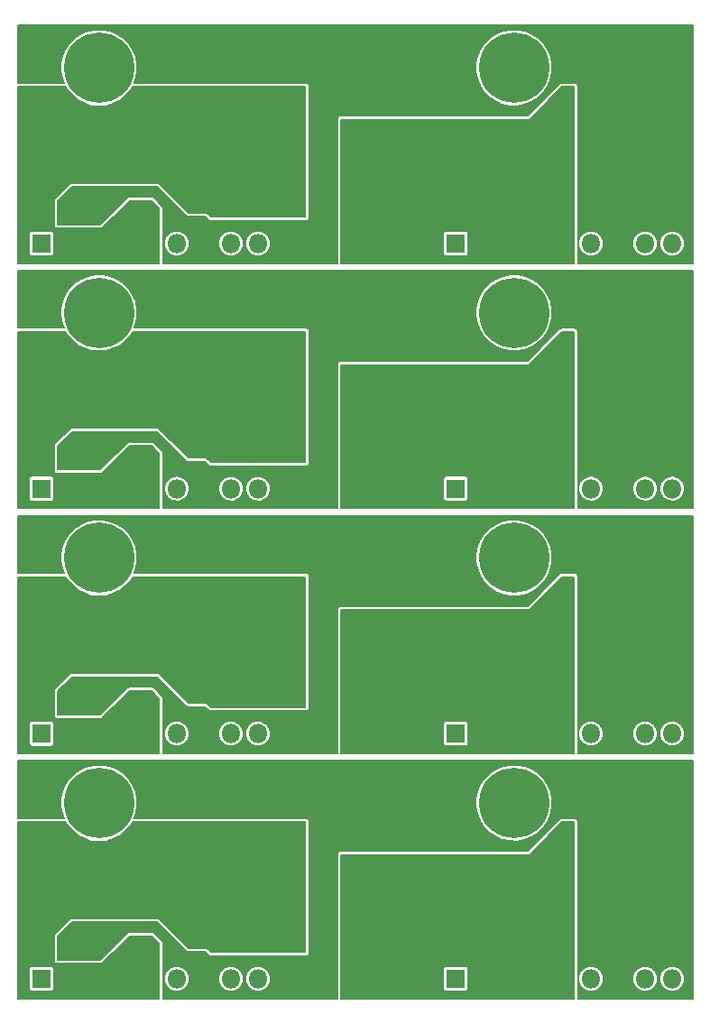
<source format=gbl>
G04 #@! TF.FileFunction,Copper,L2,Bot,Signal*
%FSLAX46Y46*%
G04 Gerber Fmt 4.6, Leading zero omitted, Abs format (unit mm)*
G04 Created by KiCad (PCBNEW 4.0.1-stable) date 09.11.2016 23:19:49*
%MOMM*%
G01*
G04 APERTURE LIST*
%ADD10C,0.100000*%
%ADD11C,6.600000*%
%ADD12R,1.800000X1.800000*%
%ADD13O,1.800000X1.800000*%
%ADD14C,0.900000*%
%ADD15C,0.400000*%
%ADD16C,0.600000*%
%ADD17C,0.250000*%
%ADD18C,0.300000*%
%ADD19C,0.200000*%
G04 APERTURE END LIST*
D10*
D11*
X104950000Y-102300000D03*
D12*
X99540000Y-95800000D03*
D13*
X109700000Y-95800000D03*
X112240000Y-95800000D03*
X114780000Y-95800000D03*
X117320000Y-95800000D03*
X119860000Y-95800000D03*
D11*
X104950000Y-79300000D03*
D12*
X99540000Y-118800000D03*
D13*
X109700000Y-118800000D03*
X112240000Y-118800000D03*
X114780000Y-118800000D03*
X117320000Y-118800000D03*
X119860000Y-118800000D03*
D11*
X143890000Y-79300000D03*
D12*
X138440000Y-95800000D03*
D13*
X148600000Y-95800000D03*
X151140000Y-95800000D03*
X153680000Y-95800000D03*
X156220000Y-95800000D03*
X158760000Y-95800000D03*
D12*
X138440000Y-118800000D03*
D13*
X148600000Y-118800000D03*
X151140000Y-118800000D03*
X153680000Y-118800000D03*
X156220000Y-118800000D03*
X158760000Y-118800000D03*
D11*
X143890000Y-102300000D03*
D12*
X138440000Y-141800000D03*
D13*
X148600000Y-141800000D03*
X151140000Y-141800000D03*
X153680000Y-141800000D03*
X156220000Y-141800000D03*
X158760000Y-141800000D03*
D11*
X143890000Y-125300000D03*
X104950000Y-125300000D03*
D12*
X99540000Y-141800000D03*
D13*
X109700000Y-141800000D03*
X112240000Y-141800000D03*
X114780000Y-141800000D03*
X117320000Y-141800000D03*
X119860000Y-141800000D03*
D12*
X138440000Y-164800000D03*
D13*
X148600000Y-164800000D03*
X151140000Y-164800000D03*
X153680000Y-164800000D03*
X156220000Y-164800000D03*
X158760000Y-164800000D03*
D11*
X143890000Y-148300000D03*
X104950000Y-148300000D03*
D12*
X99540000Y-164800000D03*
D13*
X109700000Y-164800000D03*
X112240000Y-164800000D03*
X114780000Y-164800000D03*
X117320000Y-164800000D03*
X119860000Y-164800000D03*
D14*
X126600000Y-80700000D03*
X118100000Y-78200000D03*
X125700000Y-77900000D03*
X117100000Y-79200000D03*
X127000000Y-78100000D03*
X134800000Y-79000000D03*
X134800000Y-81600000D03*
X136000000Y-81600000D03*
X139000000Y-80900000D03*
X140200000Y-80900000D03*
X132100000Y-77200000D03*
X136000000Y-79000000D03*
X131600000Y-78200000D03*
X157200000Y-80200000D03*
X156000000Y-79100000D03*
X156400000Y-84500000D03*
X140200000Y-103900000D03*
X134800000Y-102000000D03*
X136000000Y-104600000D03*
X134800000Y-104600000D03*
X139000000Y-103900000D03*
X136000000Y-102000000D03*
X157200000Y-103200000D03*
X156400000Y-107500000D03*
X156000000Y-102100000D03*
X132100000Y-100200000D03*
X131600000Y-101200000D03*
X126000000Y-96000000D03*
X117100000Y-102200000D03*
X102700000Y-91600000D03*
X102700000Y-92600000D03*
X102700000Y-93600000D03*
X126000000Y-119000000D03*
X118100000Y-101200000D03*
X127000000Y-101100000D03*
X125700000Y-100900000D03*
X126600000Y-103700000D03*
X102700000Y-116600000D03*
X102700000Y-114600000D03*
X102700000Y-115600000D03*
X125700000Y-123900000D03*
X127000000Y-124100000D03*
X126600000Y-126700000D03*
X117100000Y-125200000D03*
X118100000Y-124200000D03*
X136000000Y-127600000D03*
X139000000Y-126900000D03*
X140200000Y-126900000D03*
X131600000Y-124200000D03*
X134800000Y-127600000D03*
X134800000Y-125000000D03*
X136000000Y-125000000D03*
X132100000Y-123200000D03*
X156000000Y-125100000D03*
X157200000Y-126200000D03*
X156400000Y-130500000D03*
X126000000Y-142000000D03*
X102700000Y-139600000D03*
X102700000Y-138600000D03*
X102700000Y-137600000D03*
X102700000Y-160600000D03*
X102700000Y-161600000D03*
X102700000Y-162600000D03*
X118100000Y-147200000D03*
X127000000Y-147100000D03*
X125700000Y-146900000D03*
X126000000Y-165000000D03*
X140200000Y-149900000D03*
X139000000Y-149900000D03*
X126600000Y-149700000D03*
X134800000Y-150600000D03*
X136000000Y-150600000D03*
X156400000Y-153500000D03*
X157200000Y-149200000D03*
X156000000Y-148100000D03*
X136000000Y-148000000D03*
X134800000Y-148000000D03*
X132100000Y-146200000D03*
X131600000Y-147200000D03*
X117100000Y-148200000D03*
X128100000Y-89900000D03*
X128100000Y-84600000D03*
X147750000Y-83350000D03*
X146750000Y-83450002D03*
X147750000Y-82400000D03*
X144400000Y-96300000D03*
X134250000Y-97050000D03*
X144399999Y-95000000D03*
X147750000Y-105400000D03*
X146750000Y-106450002D03*
X147750000Y-106350000D03*
X144399999Y-118000000D03*
X134250000Y-120050000D03*
X128950000Y-119149996D03*
X128200000Y-117100000D03*
X144400000Y-119300000D03*
X133150000Y-119250000D03*
X128950000Y-96149996D03*
X128200000Y-94100000D03*
X133150000Y-96250000D03*
X128100000Y-91500000D03*
X128100000Y-114500000D03*
X128100000Y-112900000D03*
X128100000Y-107600000D03*
X128100000Y-130600000D03*
X133150000Y-142250000D03*
X144400000Y-142300000D03*
X144399999Y-141000000D03*
X134250000Y-143050000D03*
X147750000Y-128400000D03*
X146750000Y-129450002D03*
X147750000Y-129350000D03*
X128950000Y-142149996D03*
X128100000Y-137500000D03*
X128100000Y-135900000D03*
X128200000Y-140100000D03*
X144400000Y-165300000D03*
X128100000Y-153600000D03*
X128100000Y-158900000D03*
X128100000Y-160500000D03*
X128200000Y-163100000D03*
X146750000Y-152450002D03*
X147750000Y-152350000D03*
X147750000Y-151400000D03*
X144399999Y-164000000D03*
X134250000Y-166050000D03*
X133150000Y-165250000D03*
X128950000Y-165149996D03*
X120700000Y-88600000D03*
X119399996Y-82100000D03*
X115800000Y-92700000D03*
X121900000Y-92400000D03*
X120800000Y-90600000D03*
X108300000Y-92200000D03*
X108300000Y-93500000D03*
X98100000Y-90900000D03*
X119399996Y-105100000D03*
X115800000Y-115700000D03*
X121900000Y-115400000D03*
X120800000Y-113600000D03*
X120700000Y-111600000D03*
X108300000Y-115200000D03*
X108300000Y-116500000D03*
X98100000Y-113900000D03*
X120700000Y-134600000D03*
X120800000Y-136600000D03*
X119399996Y-128100000D03*
X115800000Y-138700000D03*
X121900000Y-138400000D03*
X98100000Y-136900000D03*
X108300000Y-138200000D03*
X108300000Y-139500000D03*
X108300000Y-161200000D03*
X108300000Y-162500000D03*
X115800000Y-161700000D03*
X119399996Y-151100000D03*
X120800000Y-159600000D03*
X121900000Y-161400000D03*
X120700000Y-157600000D03*
X98100000Y-159900000D03*
D15*
X157100000Y-80200000D02*
X156000000Y-79100000D01*
X156000000Y-78600000D02*
X156000000Y-79100000D01*
X157200000Y-80200000D02*
X157200000Y-83700000D01*
X157200000Y-80200000D02*
X157100000Y-80200000D01*
X157200000Y-83700000D02*
X156400000Y-84500000D01*
X152949999Y-75549999D02*
X156000000Y-78600000D01*
X139450001Y-75549999D02*
X152949999Y-75549999D01*
X153680000Y-87220000D02*
X156400000Y-84500000D01*
X153680000Y-95800000D02*
X153680000Y-87220000D01*
X132400000Y-79000000D02*
X131600000Y-78200000D01*
X129800000Y-76400000D02*
X131600000Y-78200000D01*
X131600000Y-78200000D02*
X131600000Y-77700000D01*
X127000000Y-78100000D02*
X128700000Y-76400000D01*
X128700000Y-76400000D02*
X129800000Y-76400000D01*
X131600000Y-77700000D02*
X132100000Y-77200000D01*
X136000000Y-79000000D02*
X134800000Y-79000000D01*
D16*
X136000000Y-79000000D02*
X136000000Y-81600000D01*
D15*
X136700000Y-80900000D02*
X136000000Y-81600000D01*
D16*
X136000000Y-81600000D02*
X134800000Y-81600000D01*
D15*
X134800000Y-79000000D02*
X132400000Y-79000000D01*
X140200000Y-80900000D02*
X139000000Y-80900000D01*
X136000000Y-79000000D02*
X139450001Y-75549999D01*
X139000000Y-80900000D02*
X136700000Y-80900000D01*
D16*
X109880000Y-90900000D02*
X114780000Y-95800000D01*
D15*
X127000000Y-101100000D02*
X126800000Y-100900000D01*
X126800000Y-100900000D02*
X125700000Y-100900000D01*
X125700000Y-100900000D02*
X123000000Y-100900000D01*
X123000000Y-100900000D02*
X121700000Y-102200000D01*
X114780000Y-95800000D02*
X116080001Y-97100001D01*
X121700000Y-102200000D02*
X117100000Y-102200000D01*
X118100000Y-101200000D02*
X117100000Y-102200000D01*
X114780000Y-95800000D02*
X116130001Y-94449999D01*
X124650001Y-94449999D02*
X126600000Y-92500000D01*
X124899999Y-97100001D02*
X126000000Y-96000000D01*
X116130001Y-94449999D02*
X124650001Y-94449999D01*
X116080001Y-97100001D02*
X124899999Y-97100001D01*
D16*
X102700000Y-92600000D02*
X103536396Y-92600000D01*
X102700000Y-92600000D02*
X102700000Y-93600000D01*
X105236396Y-90900000D02*
X109880000Y-90900000D01*
X103536396Y-92600000D02*
X105236396Y-90900000D01*
D15*
X129800000Y-99400000D02*
X131600000Y-101200000D01*
X128700000Y-99400000D02*
X129800000Y-99400000D01*
X131600000Y-101200000D02*
X131600000Y-100700000D01*
X127000000Y-101100000D02*
X128700000Y-99400000D01*
X132400000Y-102000000D02*
X131600000Y-101200000D01*
X131600000Y-100700000D02*
X132100000Y-100200000D01*
X139000000Y-103900000D02*
X136700000Y-103900000D01*
X140200000Y-103900000D02*
X139000000Y-103900000D01*
X136700000Y-103900000D02*
X136000000Y-104600000D01*
X136000000Y-102000000D02*
X134800000Y-102000000D01*
X134800000Y-102000000D02*
X132400000Y-102000000D01*
D16*
X136000000Y-104600000D02*
X134800000Y-104600000D01*
X136000000Y-102000000D02*
X136000000Y-104600000D01*
D15*
X116080001Y-120100001D02*
X124899999Y-120100001D01*
X124650001Y-117449999D02*
X126600000Y-115500000D01*
X124899999Y-120100001D02*
X126000000Y-119000000D01*
X116130001Y-117449999D02*
X124650001Y-117449999D01*
X123000000Y-77900000D02*
X121700000Y-79200000D01*
X118100000Y-78200000D02*
X117100000Y-79200000D01*
X121700000Y-79200000D02*
X117100000Y-79200000D01*
X125700000Y-77900000D02*
X123000000Y-77900000D01*
X126800000Y-77900000D02*
X125700000Y-77900000D01*
X126600000Y-92500000D02*
X126600000Y-80700000D01*
X127000000Y-78100000D02*
X126800000Y-77900000D01*
X139450001Y-98549999D02*
X152949999Y-98549999D01*
X153680000Y-110220000D02*
X156400000Y-107500000D01*
X153680000Y-118800000D02*
X153680000Y-110220000D01*
X136000000Y-102000000D02*
X139450001Y-98549999D01*
X156000000Y-101600000D02*
X156000000Y-102100000D01*
X126600000Y-115500000D02*
X126600000Y-103700000D01*
X152949999Y-98549999D02*
X156000000Y-101600000D01*
X157200000Y-106700000D02*
X156400000Y-107500000D01*
X157200000Y-103200000D02*
X157200000Y-106700000D01*
X157100000Y-103200000D02*
X156000000Y-102100000D01*
X157200000Y-103200000D02*
X157100000Y-103200000D01*
D16*
X102700000Y-115600000D02*
X102700000Y-116600000D01*
X102700000Y-115600000D02*
X103536396Y-115600000D01*
X105236396Y-113900000D02*
X109880000Y-113900000D01*
X103536396Y-115600000D02*
X105236396Y-113900000D01*
X109880000Y-113900000D02*
X114780000Y-118800000D01*
D15*
X114780000Y-118800000D02*
X116130001Y-117449999D01*
X114780000Y-118800000D02*
X116080001Y-120100001D01*
X157200000Y-126200000D02*
X157100000Y-126200000D01*
X157100000Y-126200000D02*
X156000000Y-125100000D01*
X152949999Y-121549999D02*
X156000000Y-124600000D01*
X157200000Y-126200000D02*
X157200000Y-129700000D01*
X156000000Y-124600000D02*
X156000000Y-125100000D01*
X136700000Y-126900000D02*
X136000000Y-127600000D01*
D16*
X136000000Y-127600000D02*
X134800000Y-127600000D01*
D15*
X139000000Y-126900000D02*
X136700000Y-126900000D01*
X140200000Y-126900000D02*
X139000000Y-126900000D01*
X131600000Y-123700000D02*
X132100000Y-123200000D01*
X132400000Y-125000000D02*
X131600000Y-124200000D01*
X129800000Y-122400000D02*
X131600000Y-124200000D01*
X131600000Y-124200000D02*
X131600000Y-123700000D01*
X134800000Y-125000000D02*
X132400000Y-125000000D01*
X136000000Y-125000000D02*
X134800000Y-125000000D01*
X139450001Y-121549999D02*
X152949999Y-121549999D01*
D16*
X136000000Y-125000000D02*
X136000000Y-127600000D01*
D15*
X136000000Y-125000000D02*
X139450001Y-121549999D01*
X123000000Y-123900000D02*
X121700000Y-125200000D01*
X125700000Y-123900000D02*
X123000000Y-123900000D01*
X127000000Y-124100000D02*
X126800000Y-123900000D01*
X126800000Y-123900000D02*
X125700000Y-123900000D01*
X128700000Y-122400000D02*
X129800000Y-122400000D01*
X127000000Y-124100000D02*
X128700000Y-122400000D01*
X126600000Y-138500000D02*
X126600000Y-126700000D01*
X124899999Y-143100001D02*
X126000000Y-142000000D01*
X116080001Y-143100001D02*
X124899999Y-143100001D01*
X116130001Y-140449999D02*
X124650001Y-140449999D01*
X114780000Y-141800000D02*
X116080001Y-143100001D01*
X121700000Y-125200000D02*
X117100000Y-125200000D01*
X124650001Y-140449999D02*
X126600000Y-138500000D01*
X118100000Y-124200000D02*
X117100000Y-125200000D01*
X114780000Y-141800000D02*
X116130001Y-140449999D01*
D16*
X109880000Y-136900000D02*
X114780000Y-141800000D01*
D15*
X157200000Y-129700000D02*
X156400000Y-130500000D01*
X153680000Y-133220000D02*
X156400000Y-130500000D01*
X153680000Y-141800000D02*
X153680000Y-133220000D01*
D16*
X102700000Y-138600000D02*
X103536396Y-138600000D01*
X103536396Y-138600000D02*
X105236396Y-136900000D01*
X102700000Y-138600000D02*
X102700000Y-139600000D01*
X105236396Y-136900000D02*
X109880000Y-136900000D01*
X105236396Y-159900000D02*
X109880000Y-159900000D01*
X102700000Y-161600000D02*
X102700000Y-162600000D01*
X102700000Y-161600000D02*
X103536396Y-161600000D01*
X103536396Y-161600000D02*
X105236396Y-159900000D01*
X109880000Y-159900000D02*
X114780000Y-164800000D01*
D15*
X118100000Y-147200000D02*
X117100000Y-148200000D01*
X114780000Y-164800000D02*
X116130001Y-163449999D01*
X116130001Y-163449999D02*
X124650001Y-163449999D01*
X126600000Y-161500000D02*
X126600000Y-149700000D01*
X124650001Y-163449999D02*
X126600000Y-161500000D01*
X127000000Y-147100000D02*
X126800000Y-146900000D01*
X129800000Y-145400000D02*
X131600000Y-147200000D01*
X126800000Y-146900000D02*
X125700000Y-146900000D01*
X127000000Y-147100000D02*
X128700000Y-145400000D01*
X128700000Y-145400000D02*
X129800000Y-145400000D01*
X125700000Y-146900000D02*
X123000000Y-146900000D01*
X123000000Y-146900000D02*
X121700000Y-148200000D01*
X121700000Y-148200000D02*
X117100000Y-148200000D01*
X114780000Y-164800000D02*
X116080001Y-166100001D01*
X116080001Y-166100001D02*
X124899999Y-166100001D01*
X124899999Y-166100001D02*
X126000000Y-165000000D01*
X140200000Y-149900000D02*
X139000000Y-149900000D01*
X139000000Y-149900000D02*
X136700000Y-149900000D01*
X136700000Y-149900000D02*
X136000000Y-150600000D01*
D16*
X136000000Y-150600000D02*
X134800000Y-150600000D01*
X136000000Y-148000000D02*
X136000000Y-150600000D01*
D15*
X153680000Y-164800000D02*
X153680000Y-156220000D01*
X153680000Y-156220000D02*
X156400000Y-153500000D01*
X157200000Y-149200000D02*
X157200000Y-152700000D01*
X157200000Y-152700000D02*
X156400000Y-153500000D01*
X157200000Y-149200000D02*
X157100000Y-149200000D01*
X157100000Y-149200000D02*
X156000000Y-148100000D01*
X152949999Y-144549999D02*
X156000000Y-147600000D01*
X156000000Y-147600000D02*
X156000000Y-148100000D01*
X136000000Y-148000000D02*
X139450001Y-144549999D01*
X139450001Y-144549999D02*
X152949999Y-144549999D01*
X136000000Y-148000000D02*
X134800000Y-148000000D01*
X134800000Y-148000000D02*
X132400000Y-148000000D01*
X132400000Y-148000000D02*
X131600000Y-147200000D01*
X131600000Y-147200000D02*
X131600000Y-146700000D01*
X131600000Y-146700000D02*
X132100000Y-146200000D01*
D16*
X145199999Y-95800000D02*
X144849998Y-95449999D01*
X142900000Y-93500000D02*
X143650000Y-94250001D01*
X137800000Y-93500000D02*
X142900000Y-93500000D01*
X144849998Y-95449999D02*
X144399999Y-95000000D01*
X148600000Y-95800000D02*
X145199999Y-95800000D01*
X144399999Y-95000000D02*
X144399999Y-96299999D01*
X144399999Y-96299999D02*
X144400000Y-96300000D01*
X143650000Y-94250001D02*
X144399999Y-95000000D01*
X128100000Y-91500000D02*
X128100000Y-89900000D01*
X128950000Y-96149996D02*
X133049996Y-96149996D01*
X128200000Y-91600000D02*
X128200000Y-94100000D01*
X128200000Y-94100000D02*
X128200000Y-95399996D01*
X133049996Y-96149996D02*
X133150000Y-96250000D01*
X128100000Y-89900000D02*
X128100000Y-84600000D01*
X147750000Y-83350000D02*
X146850002Y-83350000D01*
X146850002Y-83350000D02*
X146750000Y-83450002D01*
X148199999Y-82849999D02*
X147750000Y-82400000D01*
X147750000Y-83350000D02*
X147750000Y-82400000D01*
X148600000Y-83250000D02*
X148199999Y-82849999D01*
X148600000Y-95800000D02*
X148600000Y-83250000D01*
X128200000Y-95399996D02*
X128950000Y-96149996D01*
X128100000Y-91500000D02*
X128200000Y-91600000D01*
X137800000Y-116500000D02*
X142900000Y-116500000D01*
X148600000Y-118800000D02*
X145199999Y-118800000D01*
X144849998Y-118449999D02*
X144399999Y-118000000D01*
X145199999Y-118800000D02*
X144849998Y-118449999D01*
X142900000Y-116500000D02*
X143650000Y-117250001D01*
X148600000Y-118800000D02*
X148600000Y-106250000D01*
X143650000Y-117250001D02*
X144399999Y-118000000D01*
X144399999Y-118000000D02*
X144399999Y-119299999D01*
X144399999Y-119299999D02*
X144400000Y-119300000D01*
X128100000Y-114500000D02*
X128200000Y-114600000D01*
X128100000Y-114500000D02*
X128100000Y-112900000D01*
X128100000Y-112900000D02*
X128100000Y-107600000D01*
X128200000Y-114600000D02*
X128200000Y-117100000D01*
X133049996Y-119149996D02*
X133150000Y-119250000D01*
X134250000Y-120050000D02*
X137800000Y-116500000D01*
X128200000Y-117100000D02*
X128200000Y-118399996D01*
X128950000Y-119149996D02*
X133049996Y-119149996D01*
X128200000Y-118399996D02*
X128950000Y-119149996D01*
X148199999Y-105849999D02*
X147750000Y-105400000D01*
X148600000Y-106250000D02*
X148199999Y-105849999D01*
X146850002Y-106350000D02*
X146750000Y-106450002D01*
X147750000Y-106350000D02*
X146850002Y-106350000D01*
X147750000Y-106350000D02*
X147750000Y-105400000D01*
X134250000Y-97050000D02*
X137800000Y-93500000D01*
X145199999Y-141800000D02*
X144849998Y-141449999D01*
X146850002Y-129350000D02*
X146750000Y-129450002D01*
X148600000Y-141800000D02*
X148600000Y-129250000D01*
X147750000Y-129350000D02*
X146850002Y-129350000D01*
X144849998Y-141449999D02*
X144399999Y-141000000D01*
X148600000Y-141800000D02*
X145199999Y-141800000D01*
X133049996Y-142149996D02*
X133150000Y-142250000D01*
X144399999Y-142299999D02*
X144400000Y-142300000D01*
X142900000Y-139500000D02*
X143650000Y-140250001D01*
X137800000Y-139500000D02*
X142900000Y-139500000D01*
X144399999Y-141000000D02*
X144399999Y-142299999D01*
X143650000Y-140250001D02*
X144399999Y-141000000D01*
X148199999Y-128849999D02*
X147750000Y-128400000D01*
X147750000Y-129350000D02*
X147750000Y-128400000D01*
X148600000Y-129250000D02*
X148199999Y-128849999D01*
X128100000Y-135900000D02*
X128100000Y-130600000D01*
X128200000Y-141399996D02*
X128950000Y-142149996D01*
X128200000Y-140100000D02*
X128200000Y-141399996D01*
X128200000Y-137600000D02*
X128200000Y-140100000D01*
X128100000Y-137500000D02*
X128200000Y-137600000D01*
X128100000Y-137500000D02*
X128100000Y-135900000D01*
X128950000Y-142149996D02*
X133049996Y-142149996D01*
X134250000Y-143050000D02*
X137800000Y-139500000D01*
X144399999Y-164000000D02*
X144399999Y-165299999D01*
X144399999Y-165299999D02*
X144400000Y-165300000D01*
X128100000Y-158900000D02*
X128100000Y-153600000D01*
X128100000Y-160500000D02*
X128100000Y-158900000D01*
X128100000Y-160500000D02*
X128200000Y-160600000D01*
X128200000Y-160600000D02*
X128200000Y-163100000D01*
X128200000Y-163100000D02*
X128200000Y-164399996D01*
X128200000Y-164399996D02*
X128950000Y-165149996D01*
X146850002Y-152350000D02*
X146750000Y-152450002D01*
X147750000Y-152350000D02*
X146850002Y-152350000D01*
X147750000Y-152350000D02*
X147750000Y-151400000D01*
X148600000Y-152250000D02*
X148199999Y-151849999D01*
X148600000Y-164800000D02*
X148600000Y-152250000D01*
X148199999Y-151849999D02*
X147750000Y-151400000D01*
X134250000Y-166050000D02*
X137800000Y-162500000D01*
X137800000Y-162500000D02*
X142900000Y-162500000D01*
X142900000Y-162500000D02*
X143650000Y-163250001D01*
X143650000Y-163250001D02*
X144399999Y-164000000D01*
X144849998Y-164449999D02*
X144399999Y-164000000D01*
X148600000Y-164800000D02*
X145199999Y-164800000D01*
X145199999Y-164800000D02*
X144849998Y-164449999D01*
X133049996Y-165149996D02*
X133150000Y-165250000D01*
X128950000Y-165149996D02*
X133049996Y-165149996D01*
D17*
X109700000Y-93600000D02*
X109700000Y-95800000D01*
X108300000Y-92200000D02*
X109700000Y-93600000D01*
X108300000Y-92200000D02*
X108300000Y-93500000D01*
D18*
X116100000Y-92400000D02*
X115800000Y-92700000D01*
X121900000Y-92400000D02*
X116100000Y-92400000D01*
D17*
X102200000Y-95800000D02*
X109700000Y-95800000D01*
D18*
X121450001Y-91950001D02*
X121900000Y-92400000D01*
D16*
X120700000Y-88600000D02*
X120063604Y-88600000D01*
D18*
X117200000Y-89300000D02*
X118800000Y-89300000D01*
D16*
X120800000Y-90600000D02*
X120800000Y-88700000D01*
X120063604Y-88600000D02*
X119500000Y-88036396D01*
X120800000Y-88700000D02*
X120700000Y-88600000D01*
D18*
X118800000Y-89300000D02*
X121450001Y-91950001D01*
X117200000Y-89300000D02*
X99700000Y-89300000D01*
D17*
X98100000Y-91700000D02*
X102200000Y-95800000D01*
X98100000Y-90900000D02*
X98100000Y-91700000D01*
D18*
X99700000Y-89300000D02*
X98100000Y-90900000D01*
D17*
X119500000Y-87000000D02*
X119399996Y-86899996D01*
X119399996Y-82736396D02*
X119399996Y-82100000D01*
X119399996Y-86899996D02*
X119399996Y-82736396D01*
X119500000Y-87000000D02*
X117200000Y-89300000D01*
D16*
X119500000Y-88036396D02*
X119500000Y-87000000D01*
D17*
X119399996Y-109899996D02*
X119399996Y-105736396D01*
D16*
X119500000Y-111036396D02*
X119500000Y-110000000D01*
D17*
X119500000Y-110000000D02*
X119399996Y-109899996D01*
D16*
X120063604Y-111600000D02*
X119500000Y-111036396D01*
D17*
X119399996Y-105736396D02*
X119399996Y-105100000D01*
X108300000Y-115200000D02*
X108300000Y-116500000D01*
X109700000Y-116600000D02*
X109700000Y-118800000D01*
X108300000Y-115200000D02*
X109700000Y-116600000D01*
X98100000Y-114700000D02*
X102200000Y-118800000D01*
X102200000Y-118800000D02*
X109700000Y-118800000D01*
D18*
X121900000Y-115400000D02*
X116100000Y-115400000D01*
D17*
X98100000Y-113900000D02*
X98100000Y-114700000D01*
D18*
X99700000Y-112300000D02*
X98100000Y-113900000D01*
X117200000Y-112300000D02*
X99700000Y-112300000D01*
X121450001Y-114950001D02*
X121900000Y-115400000D01*
X117200000Y-112300000D02*
X118800000Y-112300000D01*
D16*
X120800000Y-113600000D02*
X120800000Y-111700000D01*
X120800000Y-111700000D02*
X120700000Y-111600000D01*
X120700000Y-111600000D02*
X120063604Y-111600000D01*
D18*
X118800000Y-112300000D02*
X121450001Y-114950001D01*
D17*
X119500000Y-110000000D02*
X117200000Y-112300000D01*
D18*
X116100000Y-115400000D02*
X115800000Y-115700000D01*
D17*
X119500000Y-133000000D02*
X117200000Y-135300000D01*
D16*
X120063604Y-134600000D02*
X119500000Y-134036396D01*
X119500000Y-134036396D02*
X119500000Y-133000000D01*
X120700000Y-134600000D02*
X120063604Y-134600000D01*
D18*
X117200000Y-135300000D02*
X118800000Y-135300000D01*
D16*
X120800000Y-136600000D02*
X120800000Y-134700000D01*
X120800000Y-134700000D02*
X120700000Y-134600000D01*
D17*
X119500000Y-133000000D02*
X119399996Y-132899996D01*
X119399996Y-132899996D02*
X119399996Y-128736396D01*
X119399996Y-128736396D02*
X119399996Y-128100000D01*
D18*
X121900000Y-138400000D02*
X116100000Y-138400000D01*
X121450001Y-137950001D02*
X121900000Y-138400000D01*
X118800000Y-135300000D02*
X121450001Y-137950001D01*
D17*
X98100000Y-136900000D02*
X98100000Y-137700000D01*
D18*
X99700000Y-135300000D02*
X98100000Y-136900000D01*
X117200000Y-135300000D02*
X99700000Y-135300000D01*
X116100000Y-138400000D02*
X115800000Y-138700000D01*
D17*
X108300000Y-138200000D02*
X109700000Y-139600000D01*
X98100000Y-137700000D02*
X102200000Y-141800000D01*
X102200000Y-141800000D02*
X109700000Y-141800000D01*
X109700000Y-139600000D02*
X109700000Y-141800000D01*
X108300000Y-138200000D02*
X108300000Y-139500000D01*
X108300000Y-161200000D02*
X109700000Y-162600000D01*
X109700000Y-162600000D02*
X109700000Y-164800000D01*
X108300000Y-161200000D02*
X108300000Y-162500000D01*
D18*
X121900000Y-161400000D02*
X116100000Y-161400000D01*
X116100000Y-161400000D02*
X115800000Y-161700000D01*
D17*
X119399996Y-151736396D02*
X119399996Y-151100000D01*
X119500000Y-156000000D02*
X119399996Y-155899996D01*
X119399996Y-155899996D02*
X119399996Y-151736396D01*
D16*
X120800000Y-159600000D02*
X120800000Y-157700000D01*
X120800000Y-157700000D02*
X120700000Y-157600000D01*
D18*
X121450001Y-160950001D02*
X121900000Y-161400000D01*
X118800000Y-158300000D02*
X121450001Y-160950001D01*
X117200000Y-158300000D02*
X118800000Y-158300000D01*
D16*
X120700000Y-157600000D02*
X120063604Y-157600000D01*
X119500000Y-157036396D02*
X119500000Y-156000000D01*
X120063604Y-157600000D02*
X119500000Y-157036396D01*
D17*
X119500000Y-156000000D02*
X117200000Y-158300000D01*
D18*
X117200000Y-158300000D02*
X99700000Y-158300000D01*
X99700000Y-158300000D02*
X98100000Y-159900000D01*
D17*
X102200000Y-164800000D02*
X109700000Y-164800000D01*
X98100000Y-160700000D02*
X102200000Y-164800000D01*
X98100000Y-159900000D02*
X98100000Y-160700000D01*
D19*
G36*
X160650000Y-166650000D02*
X149900000Y-166650000D01*
X149900000Y-164791622D01*
X149934223Y-164791622D01*
X149955449Y-165024858D01*
X150021573Y-165249528D01*
X150130077Y-165457076D01*
X150276827Y-165639596D01*
X150456234Y-165790136D01*
X150661464Y-165902962D01*
X150884700Y-165973777D01*
X151117439Y-165999883D01*
X151134194Y-166000000D01*
X151145806Y-166000000D01*
X151378887Y-165977146D01*
X151603090Y-165909455D01*
X151809876Y-165799505D01*
X151991367Y-165651485D01*
X152140651Y-165471031D01*
X152252042Y-165265019D01*
X152321296Y-165041294D01*
X152345777Y-164808378D01*
X152344253Y-164791622D01*
X155014223Y-164791622D01*
X155035449Y-165024858D01*
X155101573Y-165249528D01*
X155210077Y-165457076D01*
X155356827Y-165639596D01*
X155536234Y-165790136D01*
X155741464Y-165902962D01*
X155964700Y-165973777D01*
X156197439Y-165999883D01*
X156214194Y-166000000D01*
X156225806Y-166000000D01*
X156458887Y-165977146D01*
X156683090Y-165909455D01*
X156889876Y-165799505D01*
X157071367Y-165651485D01*
X157220651Y-165471031D01*
X157332042Y-165265019D01*
X157401296Y-165041294D01*
X157425777Y-164808378D01*
X157424253Y-164791622D01*
X157554223Y-164791622D01*
X157575449Y-165024858D01*
X157641573Y-165249528D01*
X157750077Y-165457076D01*
X157896827Y-165639596D01*
X158076234Y-165790136D01*
X158281464Y-165902962D01*
X158504700Y-165973777D01*
X158737439Y-165999883D01*
X158754194Y-166000000D01*
X158765806Y-166000000D01*
X158998887Y-165977146D01*
X159223090Y-165909455D01*
X159429876Y-165799505D01*
X159611367Y-165651485D01*
X159760651Y-165471031D01*
X159872042Y-165265019D01*
X159941296Y-165041294D01*
X159965777Y-164808378D01*
X159944551Y-164575142D01*
X159878427Y-164350472D01*
X159769923Y-164142924D01*
X159623173Y-163960404D01*
X159443766Y-163809864D01*
X159238536Y-163697038D01*
X159015300Y-163626223D01*
X158782561Y-163600117D01*
X158765806Y-163600000D01*
X158754194Y-163600000D01*
X158521113Y-163622854D01*
X158296910Y-163690545D01*
X158090124Y-163800495D01*
X157908633Y-163948515D01*
X157759349Y-164128969D01*
X157647958Y-164334981D01*
X157578704Y-164558706D01*
X157554223Y-164791622D01*
X157424253Y-164791622D01*
X157404551Y-164575142D01*
X157338427Y-164350472D01*
X157229923Y-164142924D01*
X157083173Y-163960404D01*
X156903766Y-163809864D01*
X156698536Y-163697038D01*
X156475300Y-163626223D01*
X156242561Y-163600117D01*
X156225806Y-163600000D01*
X156214194Y-163600000D01*
X155981113Y-163622854D01*
X155756910Y-163690545D01*
X155550124Y-163800495D01*
X155368633Y-163948515D01*
X155219349Y-164128969D01*
X155107958Y-164334981D01*
X155038704Y-164558706D01*
X155014223Y-164791622D01*
X152344253Y-164791622D01*
X152324551Y-164575142D01*
X152258427Y-164350472D01*
X152149923Y-164142924D01*
X152003173Y-163960404D01*
X151823766Y-163809864D01*
X151618536Y-163697038D01*
X151395300Y-163626223D01*
X151162561Y-163600117D01*
X151145806Y-163600000D01*
X151134194Y-163600000D01*
X150901113Y-163622854D01*
X150676910Y-163690545D01*
X150470124Y-163800495D01*
X150288633Y-163948515D01*
X150139349Y-164128969D01*
X150027958Y-164334981D01*
X149958704Y-164558706D01*
X149934223Y-164791622D01*
X149900000Y-164791622D01*
X149900000Y-150000000D01*
X149879483Y-149890963D01*
X149815042Y-149790819D01*
X149716717Y-149723636D01*
X149600000Y-149700000D01*
X148400000Y-149700000D01*
X148287112Y-149722050D01*
X148187868Y-149787868D01*
X145175736Y-152800000D01*
X127600000Y-152800000D01*
X127490963Y-152820517D01*
X127390819Y-152884958D01*
X127323636Y-152983283D01*
X127300000Y-153100000D01*
X127300000Y-166650000D01*
X111000000Y-166650000D01*
X111000000Y-164791622D01*
X111034223Y-164791622D01*
X111055449Y-165024858D01*
X111121573Y-165249528D01*
X111230077Y-165457076D01*
X111376827Y-165639596D01*
X111556234Y-165790136D01*
X111761464Y-165902962D01*
X111984700Y-165973777D01*
X112217439Y-165999883D01*
X112234194Y-166000000D01*
X112245806Y-166000000D01*
X112478887Y-165977146D01*
X112703090Y-165909455D01*
X112909876Y-165799505D01*
X113091367Y-165651485D01*
X113240651Y-165471031D01*
X113352042Y-165265019D01*
X113421296Y-165041294D01*
X113445777Y-164808378D01*
X113444253Y-164791622D01*
X116114223Y-164791622D01*
X116135449Y-165024858D01*
X116201573Y-165249528D01*
X116310077Y-165457076D01*
X116456827Y-165639596D01*
X116636234Y-165790136D01*
X116841464Y-165902962D01*
X117064700Y-165973777D01*
X117297439Y-165999883D01*
X117314194Y-166000000D01*
X117325806Y-166000000D01*
X117558887Y-165977146D01*
X117783090Y-165909455D01*
X117989876Y-165799505D01*
X118171367Y-165651485D01*
X118320651Y-165471031D01*
X118432042Y-165265019D01*
X118501296Y-165041294D01*
X118525777Y-164808378D01*
X118524253Y-164791622D01*
X118654223Y-164791622D01*
X118675449Y-165024858D01*
X118741573Y-165249528D01*
X118850077Y-165457076D01*
X118996827Y-165639596D01*
X119176234Y-165790136D01*
X119381464Y-165902962D01*
X119604700Y-165973777D01*
X119837439Y-165999883D01*
X119854194Y-166000000D01*
X119865806Y-166000000D01*
X120098887Y-165977146D01*
X120323090Y-165909455D01*
X120529876Y-165799505D01*
X120711367Y-165651485D01*
X120860651Y-165471031D01*
X120972042Y-165265019D01*
X121041296Y-165041294D01*
X121065777Y-164808378D01*
X121044551Y-164575142D01*
X120978427Y-164350472D01*
X120869923Y-164142924D01*
X120723173Y-163960404D01*
X120543766Y-163809864D01*
X120338536Y-163697038D01*
X120115300Y-163626223D01*
X119882561Y-163600117D01*
X119865806Y-163600000D01*
X119854194Y-163600000D01*
X119621113Y-163622854D01*
X119396910Y-163690545D01*
X119190124Y-163800495D01*
X119008633Y-163948515D01*
X118859349Y-164128969D01*
X118747958Y-164334981D01*
X118678704Y-164558706D01*
X118654223Y-164791622D01*
X118524253Y-164791622D01*
X118504551Y-164575142D01*
X118438427Y-164350472D01*
X118329923Y-164142924D01*
X118183173Y-163960404D01*
X118003766Y-163809864D01*
X117798536Y-163697038D01*
X117575300Y-163626223D01*
X117342561Y-163600117D01*
X117325806Y-163600000D01*
X117314194Y-163600000D01*
X117081113Y-163622854D01*
X116856910Y-163690545D01*
X116650124Y-163800495D01*
X116468633Y-163948515D01*
X116319349Y-164128969D01*
X116207958Y-164334981D01*
X116138704Y-164558706D01*
X116114223Y-164791622D01*
X113444253Y-164791622D01*
X113424551Y-164575142D01*
X113358427Y-164350472D01*
X113249923Y-164142924D01*
X113103173Y-163960404D01*
X112923766Y-163809864D01*
X112718536Y-163697038D01*
X112495300Y-163626223D01*
X112262561Y-163600117D01*
X112245806Y-163600000D01*
X112234194Y-163600000D01*
X112001113Y-163622854D01*
X111776910Y-163690545D01*
X111570124Y-163800495D01*
X111388633Y-163948515D01*
X111239349Y-164128969D01*
X111127958Y-164334981D01*
X111058704Y-164558706D01*
X111034223Y-164791622D01*
X111000000Y-164791622D01*
X111000000Y-161500000D01*
X110977950Y-161387112D01*
X110912132Y-161287868D01*
X110112132Y-160487868D01*
X110016717Y-160423636D01*
X109900000Y-160400000D01*
X107800000Y-160400000D01*
X107687112Y-160422050D01*
X107587868Y-160487868D01*
X105075736Y-163000000D01*
X101100000Y-163000000D01*
X101100000Y-160824264D01*
X102424264Y-159500000D01*
X110375725Y-159500000D01*
X113087510Y-162212119D01*
X113182938Y-162276364D01*
X113299655Y-162300000D01*
X114875736Y-162300000D01*
X115187868Y-162612132D01*
X115283283Y-162676364D01*
X115400000Y-162700000D01*
X124400000Y-162700000D01*
X124509037Y-162679483D01*
X124609181Y-162615042D01*
X124676364Y-162516717D01*
X124700000Y-162400000D01*
X124700000Y-150000000D01*
X124679483Y-149890963D01*
X124615042Y-149790819D01*
X124516717Y-149723636D01*
X124400000Y-149700000D01*
X108267539Y-149700000D01*
X108382482Y-149441835D01*
X108538895Y-148753383D01*
X108540999Y-148602698D01*
X140285268Y-148602698D01*
X140412714Y-149297096D01*
X140672608Y-149953515D01*
X141055052Y-150546952D01*
X141545479Y-151054803D01*
X142125207Y-151457725D01*
X142772156Y-151740370D01*
X143461683Y-151891972D01*
X144167525Y-151906758D01*
X144862796Y-151784163D01*
X145521013Y-151528857D01*
X146117106Y-151150565D01*
X146628368Y-150663696D01*
X147035327Y-150086795D01*
X147322482Y-149441835D01*
X147478895Y-148753383D01*
X147490155Y-147947002D01*
X147353026Y-147254451D01*
X147083991Y-146601725D01*
X146693299Y-146013685D01*
X146195830Y-145512731D01*
X145610532Y-145117943D01*
X144959700Y-144844358D01*
X144268123Y-144702398D01*
X143562144Y-144697469D01*
X142868653Y-144829759D01*
X142214064Y-145094230D01*
X141623311Y-145480808D01*
X141118896Y-145974768D01*
X140720032Y-146557295D01*
X140441910Y-147206201D01*
X140295125Y-147896770D01*
X140285268Y-148602698D01*
X108540999Y-148602698D01*
X108550155Y-147947002D01*
X108413026Y-147254451D01*
X108143991Y-146601725D01*
X107753299Y-146013685D01*
X107255830Y-145512731D01*
X106670532Y-145117943D01*
X106019700Y-144844358D01*
X105328123Y-144702398D01*
X104622144Y-144697469D01*
X103928653Y-144829759D01*
X103274064Y-145094230D01*
X102683311Y-145480808D01*
X102178896Y-145974768D01*
X101780032Y-146557295D01*
X101501910Y-147206201D01*
X101355125Y-147896770D01*
X101345268Y-148602698D01*
X101472714Y-149297096D01*
X101632235Y-149700000D01*
X97350000Y-149700000D01*
X97350000Y-144350000D01*
X160650000Y-144350000D01*
X160650000Y-166650000D01*
X160650000Y-166650000D01*
G37*
X160650000Y-166650000D02*
X149900000Y-166650000D01*
X149900000Y-164791622D01*
X149934223Y-164791622D01*
X149955449Y-165024858D01*
X150021573Y-165249528D01*
X150130077Y-165457076D01*
X150276827Y-165639596D01*
X150456234Y-165790136D01*
X150661464Y-165902962D01*
X150884700Y-165973777D01*
X151117439Y-165999883D01*
X151134194Y-166000000D01*
X151145806Y-166000000D01*
X151378887Y-165977146D01*
X151603090Y-165909455D01*
X151809876Y-165799505D01*
X151991367Y-165651485D01*
X152140651Y-165471031D01*
X152252042Y-165265019D01*
X152321296Y-165041294D01*
X152345777Y-164808378D01*
X152344253Y-164791622D01*
X155014223Y-164791622D01*
X155035449Y-165024858D01*
X155101573Y-165249528D01*
X155210077Y-165457076D01*
X155356827Y-165639596D01*
X155536234Y-165790136D01*
X155741464Y-165902962D01*
X155964700Y-165973777D01*
X156197439Y-165999883D01*
X156214194Y-166000000D01*
X156225806Y-166000000D01*
X156458887Y-165977146D01*
X156683090Y-165909455D01*
X156889876Y-165799505D01*
X157071367Y-165651485D01*
X157220651Y-165471031D01*
X157332042Y-165265019D01*
X157401296Y-165041294D01*
X157425777Y-164808378D01*
X157424253Y-164791622D01*
X157554223Y-164791622D01*
X157575449Y-165024858D01*
X157641573Y-165249528D01*
X157750077Y-165457076D01*
X157896827Y-165639596D01*
X158076234Y-165790136D01*
X158281464Y-165902962D01*
X158504700Y-165973777D01*
X158737439Y-165999883D01*
X158754194Y-166000000D01*
X158765806Y-166000000D01*
X158998887Y-165977146D01*
X159223090Y-165909455D01*
X159429876Y-165799505D01*
X159611367Y-165651485D01*
X159760651Y-165471031D01*
X159872042Y-165265019D01*
X159941296Y-165041294D01*
X159965777Y-164808378D01*
X159944551Y-164575142D01*
X159878427Y-164350472D01*
X159769923Y-164142924D01*
X159623173Y-163960404D01*
X159443766Y-163809864D01*
X159238536Y-163697038D01*
X159015300Y-163626223D01*
X158782561Y-163600117D01*
X158765806Y-163600000D01*
X158754194Y-163600000D01*
X158521113Y-163622854D01*
X158296910Y-163690545D01*
X158090124Y-163800495D01*
X157908633Y-163948515D01*
X157759349Y-164128969D01*
X157647958Y-164334981D01*
X157578704Y-164558706D01*
X157554223Y-164791622D01*
X157424253Y-164791622D01*
X157404551Y-164575142D01*
X157338427Y-164350472D01*
X157229923Y-164142924D01*
X157083173Y-163960404D01*
X156903766Y-163809864D01*
X156698536Y-163697038D01*
X156475300Y-163626223D01*
X156242561Y-163600117D01*
X156225806Y-163600000D01*
X156214194Y-163600000D01*
X155981113Y-163622854D01*
X155756910Y-163690545D01*
X155550124Y-163800495D01*
X155368633Y-163948515D01*
X155219349Y-164128969D01*
X155107958Y-164334981D01*
X155038704Y-164558706D01*
X155014223Y-164791622D01*
X152344253Y-164791622D01*
X152324551Y-164575142D01*
X152258427Y-164350472D01*
X152149923Y-164142924D01*
X152003173Y-163960404D01*
X151823766Y-163809864D01*
X151618536Y-163697038D01*
X151395300Y-163626223D01*
X151162561Y-163600117D01*
X151145806Y-163600000D01*
X151134194Y-163600000D01*
X150901113Y-163622854D01*
X150676910Y-163690545D01*
X150470124Y-163800495D01*
X150288633Y-163948515D01*
X150139349Y-164128969D01*
X150027958Y-164334981D01*
X149958704Y-164558706D01*
X149934223Y-164791622D01*
X149900000Y-164791622D01*
X149900000Y-150000000D01*
X149879483Y-149890963D01*
X149815042Y-149790819D01*
X149716717Y-149723636D01*
X149600000Y-149700000D01*
X148400000Y-149700000D01*
X148287112Y-149722050D01*
X148187868Y-149787868D01*
X145175736Y-152800000D01*
X127600000Y-152800000D01*
X127490963Y-152820517D01*
X127390819Y-152884958D01*
X127323636Y-152983283D01*
X127300000Y-153100000D01*
X127300000Y-166650000D01*
X111000000Y-166650000D01*
X111000000Y-164791622D01*
X111034223Y-164791622D01*
X111055449Y-165024858D01*
X111121573Y-165249528D01*
X111230077Y-165457076D01*
X111376827Y-165639596D01*
X111556234Y-165790136D01*
X111761464Y-165902962D01*
X111984700Y-165973777D01*
X112217439Y-165999883D01*
X112234194Y-166000000D01*
X112245806Y-166000000D01*
X112478887Y-165977146D01*
X112703090Y-165909455D01*
X112909876Y-165799505D01*
X113091367Y-165651485D01*
X113240651Y-165471031D01*
X113352042Y-165265019D01*
X113421296Y-165041294D01*
X113445777Y-164808378D01*
X113444253Y-164791622D01*
X116114223Y-164791622D01*
X116135449Y-165024858D01*
X116201573Y-165249528D01*
X116310077Y-165457076D01*
X116456827Y-165639596D01*
X116636234Y-165790136D01*
X116841464Y-165902962D01*
X117064700Y-165973777D01*
X117297439Y-165999883D01*
X117314194Y-166000000D01*
X117325806Y-166000000D01*
X117558887Y-165977146D01*
X117783090Y-165909455D01*
X117989876Y-165799505D01*
X118171367Y-165651485D01*
X118320651Y-165471031D01*
X118432042Y-165265019D01*
X118501296Y-165041294D01*
X118525777Y-164808378D01*
X118524253Y-164791622D01*
X118654223Y-164791622D01*
X118675449Y-165024858D01*
X118741573Y-165249528D01*
X118850077Y-165457076D01*
X118996827Y-165639596D01*
X119176234Y-165790136D01*
X119381464Y-165902962D01*
X119604700Y-165973777D01*
X119837439Y-165999883D01*
X119854194Y-166000000D01*
X119865806Y-166000000D01*
X120098887Y-165977146D01*
X120323090Y-165909455D01*
X120529876Y-165799505D01*
X120711367Y-165651485D01*
X120860651Y-165471031D01*
X120972042Y-165265019D01*
X121041296Y-165041294D01*
X121065777Y-164808378D01*
X121044551Y-164575142D01*
X120978427Y-164350472D01*
X120869923Y-164142924D01*
X120723173Y-163960404D01*
X120543766Y-163809864D01*
X120338536Y-163697038D01*
X120115300Y-163626223D01*
X119882561Y-163600117D01*
X119865806Y-163600000D01*
X119854194Y-163600000D01*
X119621113Y-163622854D01*
X119396910Y-163690545D01*
X119190124Y-163800495D01*
X119008633Y-163948515D01*
X118859349Y-164128969D01*
X118747958Y-164334981D01*
X118678704Y-164558706D01*
X118654223Y-164791622D01*
X118524253Y-164791622D01*
X118504551Y-164575142D01*
X118438427Y-164350472D01*
X118329923Y-164142924D01*
X118183173Y-163960404D01*
X118003766Y-163809864D01*
X117798536Y-163697038D01*
X117575300Y-163626223D01*
X117342561Y-163600117D01*
X117325806Y-163600000D01*
X117314194Y-163600000D01*
X117081113Y-163622854D01*
X116856910Y-163690545D01*
X116650124Y-163800495D01*
X116468633Y-163948515D01*
X116319349Y-164128969D01*
X116207958Y-164334981D01*
X116138704Y-164558706D01*
X116114223Y-164791622D01*
X113444253Y-164791622D01*
X113424551Y-164575142D01*
X113358427Y-164350472D01*
X113249923Y-164142924D01*
X113103173Y-163960404D01*
X112923766Y-163809864D01*
X112718536Y-163697038D01*
X112495300Y-163626223D01*
X112262561Y-163600117D01*
X112245806Y-163600000D01*
X112234194Y-163600000D01*
X112001113Y-163622854D01*
X111776910Y-163690545D01*
X111570124Y-163800495D01*
X111388633Y-163948515D01*
X111239349Y-164128969D01*
X111127958Y-164334981D01*
X111058704Y-164558706D01*
X111034223Y-164791622D01*
X111000000Y-164791622D01*
X111000000Y-161500000D01*
X110977950Y-161387112D01*
X110912132Y-161287868D01*
X110112132Y-160487868D01*
X110016717Y-160423636D01*
X109900000Y-160400000D01*
X107800000Y-160400000D01*
X107687112Y-160422050D01*
X107587868Y-160487868D01*
X105075736Y-163000000D01*
X101100000Y-163000000D01*
X101100000Y-160824264D01*
X102424264Y-159500000D01*
X110375725Y-159500000D01*
X113087510Y-162212119D01*
X113182938Y-162276364D01*
X113299655Y-162300000D01*
X114875736Y-162300000D01*
X115187868Y-162612132D01*
X115283283Y-162676364D01*
X115400000Y-162700000D01*
X124400000Y-162700000D01*
X124509037Y-162679483D01*
X124609181Y-162615042D01*
X124676364Y-162516717D01*
X124700000Y-162400000D01*
X124700000Y-150000000D01*
X124679483Y-149890963D01*
X124615042Y-149790819D01*
X124516717Y-149723636D01*
X124400000Y-149700000D01*
X108267539Y-149700000D01*
X108382482Y-149441835D01*
X108538895Y-148753383D01*
X108540999Y-148602698D01*
X140285268Y-148602698D01*
X140412714Y-149297096D01*
X140672608Y-149953515D01*
X141055052Y-150546952D01*
X141545479Y-151054803D01*
X142125207Y-151457725D01*
X142772156Y-151740370D01*
X143461683Y-151891972D01*
X144167525Y-151906758D01*
X144862796Y-151784163D01*
X145521013Y-151528857D01*
X146117106Y-151150565D01*
X146628368Y-150663696D01*
X147035327Y-150086795D01*
X147322482Y-149441835D01*
X147478895Y-148753383D01*
X147490155Y-147947002D01*
X147353026Y-147254451D01*
X147083991Y-146601725D01*
X146693299Y-146013685D01*
X146195830Y-145512731D01*
X145610532Y-145117943D01*
X144959700Y-144844358D01*
X144268123Y-144702398D01*
X143562144Y-144697469D01*
X142868653Y-144829759D01*
X142214064Y-145094230D01*
X141623311Y-145480808D01*
X141118896Y-145974768D01*
X140720032Y-146557295D01*
X140441910Y-147206201D01*
X140295125Y-147896770D01*
X140285268Y-148602698D01*
X108540999Y-148602698D01*
X108550155Y-147947002D01*
X108413026Y-147254451D01*
X108143991Y-146601725D01*
X107753299Y-146013685D01*
X107255830Y-145512731D01*
X106670532Y-145117943D01*
X106019700Y-144844358D01*
X105328123Y-144702398D01*
X104622144Y-144697469D01*
X103928653Y-144829759D01*
X103274064Y-145094230D01*
X102683311Y-145480808D01*
X102178896Y-145974768D01*
X101780032Y-146557295D01*
X101501910Y-147206201D01*
X101355125Y-147896770D01*
X101345268Y-148602698D01*
X101472714Y-149297096D01*
X101632235Y-149700000D01*
X97350000Y-149700000D01*
X97350000Y-144350000D01*
X160650000Y-144350000D01*
X160650000Y-166650000D01*
G36*
X101896289Y-150336572D02*
X102908101Y-151350152D01*
X104230774Y-151899374D01*
X105662943Y-151900623D01*
X106986572Y-151353711D01*
X108000152Y-150341899D01*
X108100597Y-150100000D01*
X124300000Y-150100000D01*
X124300000Y-162300000D01*
X115441422Y-162300000D01*
X115070711Y-161929289D01*
X115037629Y-161907350D01*
X115000000Y-161900000D01*
X113341080Y-161900000D01*
X110570715Y-159129294D01*
X110537635Y-159107352D01*
X110500000Y-159100000D01*
X102300000Y-159100000D01*
X102261094Y-159107879D01*
X102229289Y-159129289D01*
X100729289Y-160629289D01*
X100707350Y-160662371D01*
X100700000Y-160700000D01*
X100700000Y-163300000D01*
X100707879Y-163338906D01*
X100730273Y-163371681D01*
X100763654Y-163393161D01*
X100800000Y-163400000D01*
X105200000Y-163400000D01*
X105238906Y-163392121D01*
X105270711Y-163370711D01*
X107841422Y-160800000D01*
X109858578Y-160800000D01*
X110600000Y-161541422D01*
X110600000Y-166650000D01*
X97350000Y-166650000D01*
X97350000Y-163900000D01*
X98334123Y-163900000D01*
X98334123Y-165700000D01*
X98355042Y-165811173D01*
X98420745Y-165913279D01*
X98520997Y-165981778D01*
X98640000Y-166005877D01*
X100440000Y-166005877D01*
X100551173Y-165984958D01*
X100653279Y-165919255D01*
X100721778Y-165819003D01*
X100745877Y-165700000D01*
X100745877Y-163900000D01*
X100724958Y-163788827D01*
X100659255Y-163686721D01*
X100559003Y-163618222D01*
X100440000Y-163594123D01*
X98640000Y-163594123D01*
X98528827Y-163615042D01*
X98426721Y-163680745D01*
X98358222Y-163780997D01*
X98334123Y-163900000D01*
X97350000Y-163900000D01*
X97350000Y-150100000D01*
X101798540Y-150100000D01*
X101896289Y-150336572D01*
X101896289Y-150336572D01*
G37*
X101896289Y-150336572D02*
X102908101Y-151350152D01*
X104230774Y-151899374D01*
X105662943Y-151900623D01*
X106986572Y-151353711D01*
X108000152Y-150341899D01*
X108100597Y-150100000D01*
X124300000Y-150100000D01*
X124300000Y-162300000D01*
X115441422Y-162300000D01*
X115070711Y-161929289D01*
X115037629Y-161907350D01*
X115000000Y-161900000D01*
X113341080Y-161900000D01*
X110570715Y-159129294D01*
X110537635Y-159107352D01*
X110500000Y-159100000D01*
X102300000Y-159100000D01*
X102261094Y-159107879D01*
X102229289Y-159129289D01*
X100729289Y-160629289D01*
X100707350Y-160662371D01*
X100700000Y-160700000D01*
X100700000Y-163300000D01*
X100707879Y-163338906D01*
X100730273Y-163371681D01*
X100763654Y-163393161D01*
X100800000Y-163400000D01*
X105200000Y-163400000D01*
X105238906Y-163392121D01*
X105270711Y-163370711D01*
X107841422Y-160800000D01*
X109858578Y-160800000D01*
X110600000Y-161541422D01*
X110600000Y-166650000D01*
X97350000Y-166650000D01*
X97350000Y-163900000D01*
X98334123Y-163900000D01*
X98334123Y-165700000D01*
X98355042Y-165811173D01*
X98420745Y-165913279D01*
X98520997Y-165981778D01*
X98640000Y-166005877D01*
X100440000Y-166005877D01*
X100551173Y-165984958D01*
X100653279Y-165919255D01*
X100721778Y-165819003D01*
X100745877Y-165700000D01*
X100745877Y-163900000D01*
X100724958Y-163788827D01*
X100659255Y-163686721D01*
X100559003Y-163618222D01*
X100440000Y-163594123D01*
X98640000Y-163594123D01*
X98528827Y-163615042D01*
X98426721Y-163680745D01*
X98358222Y-163780997D01*
X98334123Y-163900000D01*
X97350000Y-163900000D01*
X97350000Y-150100000D01*
X101798540Y-150100000D01*
X101896289Y-150336572D01*
G36*
X149500000Y-166650000D02*
X127700000Y-166650000D01*
X127700000Y-163900000D01*
X137238549Y-163900000D01*
X137238549Y-165700000D01*
X137242359Y-165747774D01*
X137267452Y-165828803D01*
X137314126Y-165899634D01*
X137378685Y-165954657D01*
X137456018Y-165989516D01*
X137540000Y-166001451D01*
X139340000Y-166001451D01*
X139387774Y-165997641D01*
X139468803Y-165972548D01*
X139539634Y-165925874D01*
X139594657Y-165861315D01*
X139629516Y-165783982D01*
X139641451Y-165700000D01*
X139641451Y-163900000D01*
X139637641Y-163852226D01*
X139612548Y-163771197D01*
X139565874Y-163700366D01*
X139501315Y-163645343D01*
X139423982Y-163610484D01*
X139340000Y-163598549D01*
X137540000Y-163598549D01*
X137492226Y-163602359D01*
X137411197Y-163627452D01*
X137340366Y-163674126D01*
X137285343Y-163738685D01*
X137250484Y-163816018D01*
X137238549Y-163900000D01*
X127700000Y-163900000D01*
X127700000Y-153200000D01*
X145300000Y-153200000D01*
X145327859Y-153196041D01*
X145353513Y-153184477D01*
X145370711Y-153170711D01*
X148441422Y-150100000D01*
X149500000Y-150100000D01*
X149500000Y-166650000D01*
X149500000Y-166650000D01*
G37*
X149500000Y-166650000D02*
X127700000Y-166650000D01*
X127700000Y-163900000D01*
X137238549Y-163900000D01*
X137238549Y-165700000D01*
X137242359Y-165747774D01*
X137267452Y-165828803D01*
X137314126Y-165899634D01*
X137378685Y-165954657D01*
X137456018Y-165989516D01*
X137540000Y-166001451D01*
X139340000Y-166001451D01*
X139387774Y-165997641D01*
X139468803Y-165972548D01*
X139539634Y-165925874D01*
X139594657Y-165861315D01*
X139629516Y-165783982D01*
X139641451Y-165700000D01*
X139641451Y-163900000D01*
X139637641Y-163852226D01*
X139612548Y-163771197D01*
X139565874Y-163700366D01*
X139501315Y-163645343D01*
X139423982Y-163610484D01*
X139340000Y-163598549D01*
X137540000Y-163598549D01*
X137492226Y-163602359D01*
X137411197Y-163627452D01*
X137340366Y-163674126D01*
X137285343Y-163738685D01*
X137250484Y-163816018D01*
X137238549Y-163900000D01*
X127700000Y-163900000D01*
X127700000Y-153200000D01*
X145300000Y-153200000D01*
X145327859Y-153196041D01*
X145353513Y-153184477D01*
X145370711Y-153170711D01*
X148441422Y-150100000D01*
X149500000Y-150100000D01*
X149500000Y-166650000D01*
G36*
X149500000Y-143650000D02*
X127700000Y-143650000D01*
X127700000Y-140900000D01*
X137238549Y-140900000D01*
X137238549Y-142700000D01*
X137242359Y-142747774D01*
X137267452Y-142828803D01*
X137314126Y-142899634D01*
X137378685Y-142954657D01*
X137456018Y-142989516D01*
X137540000Y-143001451D01*
X139340000Y-143001451D01*
X139387774Y-142997641D01*
X139468803Y-142972548D01*
X139539634Y-142925874D01*
X139594657Y-142861315D01*
X139629516Y-142783982D01*
X139641451Y-142700000D01*
X139641451Y-140900000D01*
X139637641Y-140852226D01*
X139612548Y-140771197D01*
X139565874Y-140700366D01*
X139501315Y-140645343D01*
X139423982Y-140610484D01*
X139340000Y-140598549D01*
X137540000Y-140598549D01*
X137492226Y-140602359D01*
X137411197Y-140627452D01*
X137340366Y-140674126D01*
X137285343Y-140738685D01*
X137250484Y-140816018D01*
X137238549Y-140900000D01*
X127700000Y-140900000D01*
X127700000Y-130200000D01*
X145300000Y-130200000D01*
X145327859Y-130196041D01*
X145353513Y-130184477D01*
X145370711Y-130170711D01*
X148441422Y-127100000D01*
X149500000Y-127100000D01*
X149500000Y-143650000D01*
X149500000Y-143650000D01*
G37*
X149500000Y-143650000D02*
X127700000Y-143650000D01*
X127700000Y-140900000D01*
X137238549Y-140900000D01*
X137238549Y-142700000D01*
X137242359Y-142747774D01*
X137267452Y-142828803D01*
X137314126Y-142899634D01*
X137378685Y-142954657D01*
X137456018Y-142989516D01*
X137540000Y-143001451D01*
X139340000Y-143001451D01*
X139387774Y-142997641D01*
X139468803Y-142972548D01*
X139539634Y-142925874D01*
X139594657Y-142861315D01*
X139629516Y-142783982D01*
X139641451Y-142700000D01*
X139641451Y-140900000D01*
X139637641Y-140852226D01*
X139612548Y-140771197D01*
X139565874Y-140700366D01*
X139501315Y-140645343D01*
X139423982Y-140610484D01*
X139340000Y-140598549D01*
X137540000Y-140598549D01*
X137492226Y-140602359D01*
X137411197Y-140627452D01*
X137340366Y-140674126D01*
X137285343Y-140738685D01*
X137250484Y-140816018D01*
X137238549Y-140900000D01*
X127700000Y-140900000D01*
X127700000Y-130200000D01*
X145300000Y-130200000D01*
X145327859Y-130196041D01*
X145353513Y-130184477D01*
X145370711Y-130170711D01*
X148441422Y-127100000D01*
X149500000Y-127100000D01*
X149500000Y-143650000D01*
G36*
X160650000Y-143650000D02*
X149900000Y-143650000D01*
X149900000Y-141791622D01*
X149934223Y-141791622D01*
X149955449Y-142024858D01*
X150021573Y-142249528D01*
X150130077Y-142457076D01*
X150276827Y-142639596D01*
X150456234Y-142790136D01*
X150661464Y-142902962D01*
X150884700Y-142973777D01*
X151117439Y-142999883D01*
X151134194Y-143000000D01*
X151145806Y-143000000D01*
X151378887Y-142977146D01*
X151603090Y-142909455D01*
X151809876Y-142799505D01*
X151991367Y-142651485D01*
X152140651Y-142471031D01*
X152252042Y-142265019D01*
X152321296Y-142041294D01*
X152345777Y-141808378D01*
X152344253Y-141791622D01*
X155014223Y-141791622D01*
X155035449Y-142024858D01*
X155101573Y-142249528D01*
X155210077Y-142457076D01*
X155356827Y-142639596D01*
X155536234Y-142790136D01*
X155741464Y-142902962D01*
X155964700Y-142973777D01*
X156197439Y-142999883D01*
X156214194Y-143000000D01*
X156225806Y-143000000D01*
X156458887Y-142977146D01*
X156683090Y-142909455D01*
X156889876Y-142799505D01*
X157071367Y-142651485D01*
X157220651Y-142471031D01*
X157332042Y-142265019D01*
X157401296Y-142041294D01*
X157425777Y-141808378D01*
X157424253Y-141791622D01*
X157554223Y-141791622D01*
X157575449Y-142024858D01*
X157641573Y-142249528D01*
X157750077Y-142457076D01*
X157896827Y-142639596D01*
X158076234Y-142790136D01*
X158281464Y-142902962D01*
X158504700Y-142973777D01*
X158737439Y-142999883D01*
X158754194Y-143000000D01*
X158765806Y-143000000D01*
X158998887Y-142977146D01*
X159223090Y-142909455D01*
X159429876Y-142799505D01*
X159611367Y-142651485D01*
X159760651Y-142471031D01*
X159872042Y-142265019D01*
X159941296Y-142041294D01*
X159965777Y-141808378D01*
X159944551Y-141575142D01*
X159878427Y-141350472D01*
X159769923Y-141142924D01*
X159623173Y-140960404D01*
X159443766Y-140809864D01*
X159238536Y-140697038D01*
X159015300Y-140626223D01*
X158782561Y-140600117D01*
X158765806Y-140600000D01*
X158754194Y-140600000D01*
X158521113Y-140622854D01*
X158296910Y-140690545D01*
X158090124Y-140800495D01*
X157908633Y-140948515D01*
X157759349Y-141128969D01*
X157647958Y-141334981D01*
X157578704Y-141558706D01*
X157554223Y-141791622D01*
X157424253Y-141791622D01*
X157404551Y-141575142D01*
X157338427Y-141350472D01*
X157229923Y-141142924D01*
X157083173Y-140960404D01*
X156903766Y-140809864D01*
X156698536Y-140697038D01*
X156475300Y-140626223D01*
X156242561Y-140600117D01*
X156225806Y-140600000D01*
X156214194Y-140600000D01*
X155981113Y-140622854D01*
X155756910Y-140690545D01*
X155550124Y-140800495D01*
X155368633Y-140948515D01*
X155219349Y-141128969D01*
X155107958Y-141334981D01*
X155038704Y-141558706D01*
X155014223Y-141791622D01*
X152344253Y-141791622D01*
X152324551Y-141575142D01*
X152258427Y-141350472D01*
X152149923Y-141142924D01*
X152003173Y-140960404D01*
X151823766Y-140809864D01*
X151618536Y-140697038D01*
X151395300Y-140626223D01*
X151162561Y-140600117D01*
X151145806Y-140600000D01*
X151134194Y-140600000D01*
X150901113Y-140622854D01*
X150676910Y-140690545D01*
X150470124Y-140800495D01*
X150288633Y-140948515D01*
X150139349Y-141128969D01*
X150027958Y-141334981D01*
X149958704Y-141558706D01*
X149934223Y-141791622D01*
X149900000Y-141791622D01*
X149900000Y-127000000D01*
X149879483Y-126890963D01*
X149815042Y-126790819D01*
X149716717Y-126723636D01*
X149600000Y-126700000D01*
X148400000Y-126700000D01*
X148287112Y-126722050D01*
X148187868Y-126787868D01*
X145175736Y-129800000D01*
X127600000Y-129800000D01*
X127490963Y-129820517D01*
X127390819Y-129884958D01*
X127323636Y-129983283D01*
X127300000Y-130100000D01*
X127300000Y-143650000D01*
X111000000Y-143650000D01*
X111000000Y-141791622D01*
X111034223Y-141791622D01*
X111055449Y-142024858D01*
X111121573Y-142249528D01*
X111230077Y-142457076D01*
X111376827Y-142639596D01*
X111556234Y-142790136D01*
X111761464Y-142902962D01*
X111984700Y-142973777D01*
X112217439Y-142999883D01*
X112234194Y-143000000D01*
X112245806Y-143000000D01*
X112478887Y-142977146D01*
X112703090Y-142909455D01*
X112909876Y-142799505D01*
X113091367Y-142651485D01*
X113240651Y-142471031D01*
X113352042Y-142265019D01*
X113421296Y-142041294D01*
X113445777Y-141808378D01*
X113444253Y-141791622D01*
X116114223Y-141791622D01*
X116135449Y-142024858D01*
X116201573Y-142249528D01*
X116310077Y-142457076D01*
X116456827Y-142639596D01*
X116636234Y-142790136D01*
X116841464Y-142902962D01*
X117064700Y-142973777D01*
X117297439Y-142999883D01*
X117314194Y-143000000D01*
X117325806Y-143000000D01*
X117558887Y-142977146D01*
X117783090Y-142909455D01*
X117989876Y-142799505D01*
X118171367Y-142651485D01*
X118320651Y-142471031D01*
X118432042Y-142265019D01*
X118501296Y-142041294D01*
X118525777Y-141808378D01*
X118524253Y-141791622D01*
X118654223Y-141791622D01*
X118675449Y-142024858D01*
X118741573Y-142249528D01*
X118850077Y-142457076D01*
X118996827Y-142639596D01*
X119176234Y-142790136D01*
X119381464Y-142902962D01*
X119604700Y-142973777D01*
X119837439Y-142999883D01*
X119854194Y-143000000D01*
X119865806Y-143000000D01*
X120098887Y-142977146D01*
X120323090Y-142909455D01*
X120529876Y-142799505D01*
X120711367Y-142651485D01*
X120860651Y-142471031D01*
X120972042Y-142265019D01*
X121041296Y-142041294D01*
X121065777Y-141808378D01*
X121044551Y-141575142D01*
X120978427Y-141350472D01*
X120869923Y-141142924D01*
X120723173Y-140960404D01*
X120543766Y-140809864D01*
X120338536Y-140697038D01*
X120115300Y-140626223D01*
X119882561Y-140600117D01*
X119865806Y-140600000D01*
X119854194Y-140600000D01*
X119621113Y-140622854D01*
X119396910Y-140690545D01*
X119190124Y-140800495D01*
X119008633Y-140948515D01*
X118859349Y-141128969D01*
X118747958Y-141334981D01*
X118678704Y-141558706D01*
X118654223Y-141791622D01*
X118524253Y-141791622D01*
X118504551Y-141575142D01*
X118438427Y-141350472D01*
X118329923Y-141142924D01*
X118183173Y-140960404D01*
X118003766Y-140809864D01*
X117798536Y-140697038D01*
X117575300Y-140626223D01*
X117342561Y-140600117D01*
X117325806Y-140600000D01*
X117314194Y-140600000D01*
X117081113Y-140622854D01*
X116856910Y-140690545D01*
X116650124Y-140800495D01*
X116468633Y-140948515D01*
X116319349Y-141128969D01*
X116207958Y-141334981D01*
X116138704Y-141558706D01*
X116114223Y-141791622D01*
X113444253Y-141791622D01*
X113424551Y-141575142D01*
X113358427Y-141350472D01*
X113249923Y-141142924D01*
X113103173Y-140960404D01*
X112923766Y-140809864D01*
X112718536Y-140697038D01*
X112495300Y-140626223D01*
X112262561Y-140600117D01*
X112245806Y-140600000D01*
X112234194Y-140600000D01*
X112001113Y-140622854D01*
X111776910Y-140690545D01*
X111570124Y-140800495D01*
X111388633Y-140948515D01*
X111239349Y-141128969D01*
X111127958Y-141334981D01*
X111058704Y-141558706D01*
X111034223Y-141791622D01*
X111000000Y-141791622D01*
X111000000Y-138500000D01*
X110977950Y-138387112D01*
X110912132Y-138287868D01*
X110112132Y-137487868D01*
X110016717Y-137423636D01*
X109900000Y-137400000D01*
X107800000Y-137400000D01*
X107687112Y-137422050D01*
X107587868Y-137487868D01*
X105075736Y-140000000D01*
X101100000Y-140000000D01*
X101100000Y-137824264D01*
X102424264Y-136500000D01*
X110375725Y-136500000D01*
X113087510Y-139212119D01*
X113182938Y-139276364D01*
X113299655Y-139300000D01*
X114875736Y-139300000D01*
X115187868Y-139612132D01*
X115283283Y-139676364D01*
X115400000Y-139700000D01*
X124400000Y-139700000D01*
X124509037Y-139679483D01*
X124609181Y-139615042D01*
X124676364Y-139516717D01*
X124700000Y-139400000D01*
X124700000Y-127000000D01*
X124679483Y-126890963D01*
X124615042Y-126790819D01*
X124516717Y-126723636D01*
X124400000Y-126700000D01*
X108267539Y-126700000D01*
X108382482Y-126441835D01*
X108538895Y-125753383D01*
X108540999Y-125602698D01*
X140285268Y-125602698D01*
X140412714Y-126297096D01*
X140672608Y-126953515D01*
X141055052Y-127546952D01*
X141545479Y-128054803D01*
X142125207Y-128457725D01*
X142772156Y-128740370D01*
X143461683Y-128891972D01*
X144167525Y-128906758D01*
X144862796Y-128784163D01*
X145521013Y-128528857D01*
X146117106Y-128150565D01*
X146628368Y-127663696D01*
X147035327Y-127086795D01*
X147322482Y-126441835D01*
X147478895Y-125753383D01*
X147490155Y-124947002D01*
X147353026Y-124254451D01*
X147083991Y-123601725D01*
X146693299Y-123013685D01*
X146195830Y-122512731D01*
X145610532Y-122117943D01*
X144959700Y-121844358D01*
X144268123Y-121702398D01*
X143562144Y-121697469D01*
X142868653Y-121829759D01*
X142214064Y-122094230D01*
X141623311Y-122480808D01*
X141118896Y-122974768D01*
X140720032Y-123557295D01*
X140441910Y-124206201D01*
X140295125Y-124896770D01*
X140285268Y-125602698D01*
X108540999Y-125602698D01*
X108550155Y-124947002D01*
X108413026Y-124254451D01*
X108143991Y-123601725D01*
X107753299Y-123013685D01*
X107255830Y-122512731D01*
X106670532Y-122117943D01*
X106019700Y-121844358D01*
X105328123Y-121702398D01*
X104622144Y-121697469D01*
X103928653Y-121829759D01*
X103274064Y-122094230D01*
X102683311Y-122480808D01*
X102178896Y-122974768D01*
X101780032Y-123557295D01*
X101501910Y-124206201D01*
X101355125Y-124896770D01*
X101345268Y-125602698D01*
X101472714Y-126297096D01*
X101632235Y-126700000D01*
X97350000Y-126700000D01*
X97350000Y-121350000D01*
X160650000Y-121350000D01*
X160650000Y-143650000D01*
X160650000Y-143650000D01*
G37*
X160650000Y-143650000D02*
X149900000Y-143650000D01*
X149900000Y-141791622D01*
X149934223Y-141791622D01*
X149955449Y-142024858D01*
X150021573Y-142249528D01*
X150130077Y-142457076D01*
X150276827Y-142639596D01*
X150456234Y-142790136D01*
X150661464Y-142902962D01*
X150884700Y-142973777D01*
X151117439Y-142999883D01*
X151134194Y-143000000D01*
X151145806Y-143000000D01*
X151378887Y-142977146D01*
X151603090Y-142909455D01*
X151809876Y-142799505D01*
X151991367Y-142651485D01*
X152140651Y-142471031D01*
X152252042Y-142265019D01*
X152321296Y-142041294D01*
X152345777Y-141808378D01*
X152344253Y-141791622D01*
X155014223Y-141791622D01*
X155035449Y-142024858D01*
X155101573Y-142249528D01*
X155210077Y-142457076D01*
X155356827Y-142639596D01*
X155536234Y-142790136D01*
X155741464Y-142902962D01*
X155964700Y-142973777D01*
X156197439Y-142999883D01*
X156214194Y-143000000D01*
X156225806Y-143000000D01*
X156458887Y-142977146D01*
X156683090Y-142909455D01*
X156889876Y-142799505D01*
X157071367Y-142651485D01*
X157220651Y-142471031D01*
X157332042Y-142265019D01*
X157401296Y-142041294D01*
X157425777Y-141808378D01*
X157424253Y-141791622D01*
X157554223Y-141791622D01*
X157575449Y-142024858D01*
X157641573Y-142249528D01*
X157750077Y-142457076D01*
X157896827Y-142639596D01*
X158076234Y-142790136D01*
X158281464Y-142902962D01*
X158504700Y-142973777D01*
X158737439Y-142999883D01*
X158754194Y-143000000D01*
X158765806Y-143000000D01*
X158998887Y-142977146D01*
X159223090Y-142909455D01*
X159429876Y-142799505D01*
X159611367Y-142651485D01*
X159760651Y-142471031D01*
X159872042Y-142265019D01*
X159941296Y-142041294D01*
X159965777Y-141808378D01*
X159944551Y-141575142D01*
X159878427Y-141350472D01*
X159769923Y-141142924D01*
X159623173Y-140960404D01*
X159443766Y-140809864D01*
X159238536Y-140697038D01*
X159015300Y-140626223D01*
X158782561Y-140600117D01*
X158765806Y-140600000D01*
X158754194Y-140600000D01*
X158521113Y-140622854D01*
X158296910Y-140690545D01*
X158090124Y-140800495D01*
X157908633Y-140948515D01*
X157759349Y-141128969D01*
X157647958Y-141334981D01*
X157578704Y-141558706D01*
X157554223Y-141791622D01*
X157424253Y-141791622D01*
X157404551Y-141575142D01*
X157338427Y-141350472D01*
X157229923Y-141142924D01*
X157083173Y-140960404D01*
X156903766Y-140809864D01*
X156698536Y-140697038D01*
X156475300Y-140626223D01*
X156242561Y-140600117D01*
X156225806Y-140600000D01*
X156214194Y-140600000D01*
X155981113Y-140622854D01*
X155756910Y-140690545D01*
X155550124Y-140800495D01*
X155368633Y-140948515D01*
X155219349Y-141128969D01*
X155107958Y-141334981D01*
X155038704Y-141558706D01*
X155014223Y-141791622D01*
X152344253Y-141791622D01*
X152324551Y-141575142D01*
X152258427Y-141350472D01*
X152149923Y-141142924D01*
X152003173Y-140960404D01*
X151823766Y-140809864D01*
X151618536Y-140697038D01*
X151395300Y-140626223D01*
X151162561Y-140600117D01*
X151145806Y-140600000D01*
X151134194Y-140600000D01*
X150901113Y-140622854D01*
X150676910Y-140690545D01*
X150470124Y-140800495D01*
X150288633Y-140948515D01*
X150139349Y-141128969D01*
X150027958Y-141334981D01*
X149958704Y-141558706D01*
X149934223Y-141791622D01*
X149900000Y-141791622D01*
X149900000Y-127000000D01*
X149879483Y-126890963D01*
X149815042Y-126790819D01*
X149716717Y-126723636D01*
X149600000Y-126700000D01*
X148400000Y-126700000D01*
X148287112Y-126722050D01*
X148187868Y-126787868D01*
X145175736Y-129800000D01*
X127600000Y-129800000D01*
X127490963Y-129820517D01*
X127390819Y-129884958D01*
X127323636Y-129983283D01*
X127300000Y-130100000D01*
X127300000Y-143650000D01*
X111000000Y-143650000D01*
X111000000Y-141791622D01*
X111034223Y-141791622D01*
X111055449Y-142024858D01*
X111121573Y-142249528D01*
X111230077Y-142457076D01*
X111376827Y-142639596D01*
X111556234Y-142790136D01*
X111761464Y-142902962D01*
X111984700Y-142973777D01*
X112217439Y-142999883D01*
X112234194Y-143000000D01*
X112245806Y-143000000D01*
X112478887Y-142977146D01*
X112703090Y-142909455D01*
X112909876Y-142799505D01*
X113091367Y-142651485D01*
X113240651Y-142471031D01*
X113352042Y-142265019D01*
X113421296Y-142041294D01*
X113445777Y-141808378D01*
X113444253Y-141791622D01*
X116114223Y-141791622D01*
X116135449Y-142024858D01*
X116201573Y-142249528D01*
X116310077Y-142457076D01*
X116456827Y-142639596D01*
X116636234Y-142790136D01*
X116841464Y-142902962D01*
X117064700Y-142973777D01*
X117297439Y-142999883D01*
X117314194Y-143000000D01*
X117325806Y-143000000D01*
X117558887Y-142977146D01*
X117783090Y-142909455D01*
X117989876Y-142799505D01*
X118171367Y-142651485D01*
X118320651Y-142471031D01*
X118432042Y-142265019D01*
X118501296Y-142041294D01*
X118525777Y-141808378D01*
X118524253Y-141791622D01*
X118654223Y-141791622D01*
X118675449Y-142024858D01*
X118741573Y-142249528D01*
X118850077Y-142457076D01*
X118996827Y-142639596D01*
X119176234Y-142790136D01*
X119381464Y-142902962D01*
X119604700Y-142973777D01*
X119837439Y-142999883D01*
X119854194Y-143000000D01*
X119865806Y-143000000D01*
X120098887Y-142977146D01*
X120323090Y-142909455D01*
X120529876Y-142799505D01*
X120711367Y-142651485D01*
X120860651Y-142471031D01*
X120972042Y-142265019D01*
X121041296Y-142041294D01*
X121065777Y-141808378D01*
X121044551Y-141575142D01*
X120978427Y-141350472D01*
X120869923Y-141142924D01*
X120723173Y-140960404D01*
X120543766Y-140809864D01*
X120338536Y-140697038D01*
X120115300Y-140626223D01*
X119882561Y-140600117D01*
X119865806Y-140600000D01*
X119854194Y-140600000D01*
X119621113Y-140622854D01*
X119396910Y-140690545D01*
X119190124Y-140800495D01*
X119008633Y-140948515D01*
X118859349Y-141128969D01*
X118747958Y-141334981D01*
X118678704Y-141558706D01*
X118654223Y-141791622D01*
X118524253Y-141791622D01*
X118504551Y-141575142D01*
X118438427Y-141350472D01*
X118329923Y-141142924D01*
X118183173Y-140960404D01*
X118003766Y-140809864D01*
X117798536Y-140697038D01*
X117575300Y-140626223D01*
X117342561Y-140600117D01*
X117325806Y-140600000D01*
X117314194Y-140600000D01*
X117081113Y-140622854D01*
X116856910Y-140690545D01*
X116650124Y-140800495D01*
X116468633Y-140948515D01*
X116319349Y-141128969D01*
X116207958Y-141334981D01*
X116138704Y-141558706D01*
X116114223Y-141791622D01*
X113444253Y-141791622D01*
X113424551Y-141575142D01*
X113358427Y-141350472D01*
X113249923Y-141142924D01*
X113103173Y-140960404D01*
X112923766Y-140809864D01*
X112718536Y-140697038D01*
X112495300Y-140626223D01*
X112262561Y-140600117D01*
X112245806Y-140600000D01*
X112234194Y-140600000D01*
X112001113Y-140622854D01*
X111776910Y-140690545D01*
X111570124Y-140800495D01*
X111388633Y-140948515D01*
X111239349Y-141128969D01*
X111127958Y-141334981D01*
X111058704Y-141558706D01*
X111034223Y-141791622D01*
X111000000Y-141791622D01*
X111000000Y-138500000D01*
X110977950Y-138387112D01*
X110912132Y-138287868D01*
X110112132Y-137487868D01*
X110016717Y-137423636D01*
X109900000Y-137400000D01*
X107800000Y-137400000D01*
X107687112Y-137422050D01*
X107587868Y-137487868D01*
X105075736Y-140000000D01*
X101100000Y-140000000D01*
X101100000Y-137824264D01*
X102424264Y-136500000D01*
X110375725Y-136500000D01*
X113087510Y-139212119D01*
X113182938Y-139276364D01*
X113299655Y-139300000D01*
X114875736Y-139300000D01*
X115187868Y-139612132D01*
X115283283Y-139676364D01*
X115400000Y-139700000D01*
X124400000Y-139700000D01*
X124509037Y-139679483D01*
X124609181Y-139615042D01*
X124676364Y-139516717D01*
X124700000Y-139400000D01*
X124700000Y-127000000D01*
X124679483Y-126890963D01*
X124615042Y-126790819D01*
X124516717Y-126723636D01*
X124400000Y-126700000D01*
X108267539Y-126700000D01*
X108382482Y-126441835D01*
X108538895Y-125753383D01*
X108540999Y-125602698D01*
X140285268Y-125602698D01*
X140412714Y-126297096D01*
X140672608Y-126953515D01*
X141055052Y-127546952D01*
X141545479Y-128054803D01*
X142125207Y-128457725D01*
X142772156Y-128740370D01*
X143461683Y-128891972D01*
X144167525Y-128906758D01*
X144862796Y-128784163D01*
X145521013Y-128528857D01*
X146117106Y-128150565D01*
X146628368Y-127663696D01*
X147035327Y-127086795D01*
X147322482Y-126441835D01*
X147478895Y-125753383D01*
X147490155Y-124947002D01*
X147353026Y-124254451D01*
X147083991Y-123601725D01*
X146693299Y-123013685D01*
X146195830Y-122512731D01*
X145610532Y-122117943D01*
X144959700Y-121844358D01*
X144268123Y-121702398D01*
X143562144Y-121697469D01*
X142868653Y-121829759D01*
X142214064Y-122094230D01*
X141623311Y-122480808D01*
X141118896Y-122974768D01*
X140720032Y-123557295D01*
X140441910Y-124206201D01*
X140295125Y-124896770D01*
X140285268Y-125602698D01*
X108540999Y-125602698D01*
X108550155Y-124947002D01*
X108413026Y-124254451D01*
X108143991Y-123601725D01*
X107753299Y-123013685D01*
X107255830Y-122512731D01*
X106670532Y-122117943D01*
X106019700Y-121844358D01*
X105328123Y-121702398D01*
X104622144Y-121697469D01*
X103928653Y-121829759D01*
X103274064Y-122094230D01*
X102683311Y-122480808D01*
X102178896Y-122974768D01*
X101780032Y-123557295D01*
X101501910Y-124206201D01*
X101355125Y-124896770D01*
X101345268Y-125602698D01*
X101472714Y-126297096D01*
X101632235Y-126700000D01*
X97350000Y-126700000D01*
X97350000Y-121350000D01*
X160650000Y-121350000D01*
X160650000Y-143650000D01*
G36*
X101896289Y-127336572D02*
X102908101Y-128350152D01*
X104230774Y-128899374D01*
X105662943Y-128900623D01*
X106986572Y-128353711D01*
X108000152Y-127341899D01*
X108100597Y-127100000D01*
X124300000Y-127100000D01*
X124300000Y-139300000D01*
X115441422Y-139300000D01*
X115070711Y-138929289D01*
X115037629Y-138907350D01*
X115000000Y-138900000D01*
X113341080Y-138900000D01*
X110570715Y-136129294D01*
X110537635Y-136107352D01*
X110500000Y-136100000D01*
X102300000Y-136100000D01*
X102261094Y-136107879D01*
X102229289Y-136129289D01*
X100729289Y-137629289D01*
X100707350Y-137662371D01*
X100700000Y-137700000D01*
X100700000Y-140300000D01*
X100707879Y-140338906D01*
X100730273Y-140371681D01*
X100763654Y-140393161D01*
X100800000Y-140400000D01*
X105200000Y-140400000D01*
X105238906Y-140392121D01*
X105270711Y-140370711D01*
X107841422Y-137800000D01*
X109858578Y-137800000D01*
X110600000Y-138541422D01*
X110600000Y-143650000D01*
X97350000Y-143650000D01*
X97350000Y-140900000D01*
X98334123Y-140900000D01*
X98334123Y-142700000D01*
X98355042Y-142811173D01*
X98420745Y-142913279D01*
X98520997Y-142981778D01*
X98640000Y-143005877D01*
X100440000Y-143005877D01*
X100551173Y-142984958D01*
X100653279Y-142919255D01*
X100721778Y-142819003D01*
X100745877Y-142700000D01*
X100745877Y-140900000D01*
X100724958Y-140788827D01*
X100659255Y-140686721D01*
X100559003Y-140618222D01*
X100440000Y-140594123D01*
X98640000Y-140594123D01*
X98528827Y-140615042D01*
X98426721Y-140680745D01*
X98358222Y-140780997D01*
X98334123Y-140900000D01*
X97350000Y-140900000D01*
X97350000Y-127100000D01*
X101798540Y-127100000D01*
X101896289Y-127336572D01*
X101896289Y-127336572D01*
G37*
X101896289Y-127336572D02*
X102908101Y-128350152D01*
X104230774Y-128899374D01*
X105662943Y-128900623D01*
X106986572Y-128353711D01*
X108000152Y-127341899D01*
X108100597Y-127100000D01*
X124300000Y-127100000D01*
X124300000Y-139300000D01*
X115441422Y-139300000D01*
X115070711Y-138929289D01*
X115037629Y-138907350D01*
X115000000Y-138900000D01*
X113341080Y-138900000D01*
X110570715Y-136129294D01*
X110537635Y-136107352D01*
X110500000Y-136100000D01*
X102300000Y-136100000D01*
X102261094Y-136107879D01*
X102229289Y-136129289D01*
X100729289Y-137629289D01*
X100707350Y-137662371D01*
X100700000Y-137700000D01*
X100700000Y-140300000D01*
X100707879Y-140338906D01*
X100730273Y-140371681D01*
X100763654Y-140393161D01*
X100800000Y-140400000D01*
X105200000Y-140400000D01*
X105238906Y-140392121D01*
X105270711Y-140370711D01*
X107841422Y-137800000D01*
X109858578Y-137800000D01*
X110600000Y-138541422D01*
X110600000Y-143650000D01*
X97350000Y-143650000D01*
X97350000Y-140900000D01*
X98334123Y-140900000D01*
X98334123Y-142700000D01*
X98355042Y-142811173D01*
X98420745Y-142913279D01*
X98520997Y-142981778D01*
X98640000Y-143005877D01*
X100440000Y-143005877D01*
X100551173Y-142984958D01*
X100653279Y-142919255D01*
X100721778Y-142819003D01*
X100745877Y-142700000D01*
X100745877Y-140900000D01*
X100724958Y-140788827D01*
X100659255Y-140686721D01*
X100559003Y-140618222D01*
X100440000Y-140594123D01*
X98640000Y-140594123D01*
X98528827Y-140615042D01*
X98426721Y-140680745D01*
X98358222Y-140780997D01*
X98334123Y-140900000D01*
X97350000Y-140900000D01*
X97350000Y-127100000D01*
X101798540Y-127100000D01*
X101896289Y-127336572D01*
G36*
X101896289Y-104336572D02*
X102908101Y-105350152D01*
X104230774Y-105899374D01*
X105662943Y-105900623D01*
X106986572Y-105353711D01*
X108000152Y-104341899D01*
X108100597Y-104100000D01*
X124300000Y-104100000D01*
X124300000Y-116300000D01*
X115441422Y-116300000D01*
X115070711Y-115929289D01*
X115037629Y-115907350D01*
X115000000Y-115900000D01*
X113341080Y-115900000D01*
X110570715Y-113129294D01*
X110537635Y-113107352D01*
X110500000Y-113100000D01*
X102300000Y-113100000D01*
X102261094Y-113107879D01*
X102229289Y-113129289D01*
X100729289Y-114629289D01*
X100707350Y-114662371D01*
X100700000Y-114700000D01*
X100700000Y-117300000D01*
X100707879Y-117338906D01*
X100730273Y-117371681D01*
X100763654Y-117393161D01*
X100800000Y-117400000D01*
X105200000Y-117400000D01*
X105238906Y-117392121D01*
X105270711Y-117370711D01*
X107841422Y-114800000D01*
X109858578Y-114800000D01*
X110600000Y-115541422D01*
X110600000Y-120650000D01*
X97350000Y-120650000D01*
X97350000Y-117900000D01*
X98334123Y-117900000D01*
X98334123Y-119700000D01*
X98355042Y-119811173D01*
X98420745Y-119913279D01*
X98520997Y-119981778D01*
X98640000Y-120005877D01*
X100440000Y-120005877D01*
X100551173Y-119984958D01*
X100653279Y-119919255D01*
X100721778Y-119819003D01*
X100745877Y-119700000D01*
X100745877Y-117900000D01*
X100724958Y-117788827D01*
X100659255Y-117686721D01*
X100559003Y-117618222D01*
X100440000Y-117594123D01*
X98640000Y-117594123D01*
X98528827Y-117615042D01*
X98426721Y-117680745D01*
X98358222Y-117780997D01*
X98334123Y-117900000D01*
X97350000Y-117900000D01*
X97350000Y-104100000D01*
X101798540Y-104100000D01*
X101896289Y-104336572D01*
X101896289Y-104336572D01*
G37*
X101896289Y-104336572D02*
X102908101Y-105350152D01*
X104230774Y-105899374D01*
X105662943Y-105900623D01*
X106986572Y-105353711D01*
X108000152Y-104341899D01*
X108100597Y-104100000D01*
X124300000Y-104100000D01*
X124300000Y-116300000D01*
X115441422Y-116300000D01*
X115070711Y-115929289D01*
X115037629Y-115907350D01*
X115000000Y-115900000D01*
X113341080Y-115900000D01*
X110570715Y-113129294D01*
X110537635Y-113107352D01*
X110500000Y-113100000D01*
X102300000Y-113100000D01*
X102261094Y-113107879D01*
X102229289Y-113129289D01*
X100729289Y-114629289D01*
X100707350Y-114662371D01*
X100700000Y-114700000D01*
X100700000Y-117300000D01*
X100707879Y-117338906D01*
X100730273Y-117371681D01*
X100763654Y-117393161D01*
X100800000Y-117400000D01*
X105200000Y-117400000D01*
X105238906Y-117392121D01*
X105270711Y-117370711D01*
X107841422Y-114800000D01*
X109858578Y-114800000D01*
X110600000Y-115541422D01*
X110600000Y-120650000D01*
X97350000Y-120650000D01*
X97350000Y-117900000D01*
X98334123Y-117900000D01*
X98334123Y-119700000D01*
X98355042Y-119811173D01*
X98420745Y-119913279D01*
X98520997Y-119981778D01*
X98640000Y-120005877D01*
X100440000Y-120005877D01*
X100551173Y-119984958D01*
X100653279Y-119919255D01*
X100721778Y-119819003D01*
X100745877Y-119700000D01*
X100745877Y-117900000D01*
X100724958Y-117788827D01*
X100659255Y-117686721D01*
X100559003Y-117618222D01*
X100440000Y-117594123D01*
X98640000Y-117594123D01*
X98528827Y-117615042D01*
X98426721Y-117680745D01*
X98358222Y-117780997D01*
X98334123Y-117900000D01*
X97350000Y-117900000D01*
X97350000Y-104100000D01*
X101798540Y-104100000D01*
X101896289Y-104336572D01*
G36*
X160650000Y-120650000D02*
X149900000Y-120650000D01*
X149900000Y-118791622D01*
X149934223Y-118791622D01*
X149955449Y-119024858D01*
X150021573Y-119249528D01*
X150130077Y-119457076D01*
X150276827Y-119639596D01*
X150456234Y-119790136D01*
X150661464Y-119902962D01*
X150884700Y-119973777D01*
X151117439Y-119999883D01*
X151134194Y-120000000D01*
X151145806Y-120000000D01*
X151378887Y-119977146D01*
X151603090Y-119909455D01*
X151809876Y-119799505D01*
X151991367Y-119651485D01*
X152140651Y-119471031D01*
X152252042Y-119265019D01*
X152321296Y-119041294D01*
X152345777Y-118808378D01*
X152344253Y-118791622D01*
X155014223Y-118791622D01*
X155035449Y-119024858D01*
X155101573Y-119249528D01*
X155210077Y-119457076D01*
X155356827Y-119639596D01*
X155536234Y-119790136D01*
X155741464Y-119902962D01*
X155964700Y-119973777D01*
X156197439Y-119999883D01*
X156214194Y-120000000D01*
X156225806Y-120000000D01*
X156458887Y-119977146D01*
X156683090Y-119909455D01*
X156889876Y-119799505D01*
X157071367Y-119651485D01*
X157220651Y-119471031D01*
X157332042Y-119265019D01*
X157401296Y-119041294D01*
X157425777Y-118808378D01*
X157424253Y-118791622D01*
X157554223Y-118791622D01*
X157575449Y-119024858D01*
X157641573Y-119249528D01*
X157750077Y-119457076D01*
X157896827Y-119639596D01*
X158076234Y-119790136D01*
X158281464Y-119902962D01*
X158504700Y-119973777D01*
X158737439Y-119999883D01*
X158754194Y-120000000D01*
X158765806Y-120000000D01*
X158998887Y-119977146D01*
X159223090Y-119909455D01*
X159429876Y-119799505D01*
X159611367Y-119651485D01*
X159760651Y-119471031D01*
X159872042Y-119265019D01*
X159941296Y-119041294D01*
X159965777Y-118808378D01*
X159944551Y-118575142D01*
X159878427Y-118350472D01*
X159769923Y-118142924D01*
X159623173Y-117960404D01*
X159443766Y-117809864D01*
X159238536Y-117697038D01*
X159015300Y-117626223D01*
X158782561Y-117600117D01*
X158765806Y-117600000D01*
X158754194Y-117600000D01*
X158521113Y-117622854D01*
X158296910Y-117690545D01*
X158090124Y-117800495D01*
X157908633Y-117948515D01*
X157759349Y-118128969D01*
X157647958Y-118334981D01*
X157578704Y-118558706D01*
X157554223Y-118791622D01*
X157424253Y-118791622D01*
X157404551Y-118575142D01*
X157338427Y-118350472D01*
X157229923Y-118142924D01*
X157083173Y-117960404D01*
X156903766Y-117809864D01*
X156698536Y-117697038D01*
X156475300Y-117626223D01*
X156242561Y-117600117D01*
X156225806Y-117600000D01*
X156214194Y-117600000D01*
X155981113Y-117622854D01*
X155756910Y-117690545D01*
X155550124Y-117800495D01*
X155368633Y-117948515D01*
X155219349Y-118128969D01*
X155107958Y-118334981D01*
X155038704Y-118558706D01*
X155014223Y-118791622D01*
X152344253Y-118791622D01*
X152324551Y-118575142D01*
X152258427Y-118350472D01*
X152149923Y-118142924D01*
X152003173Y-117960404D01*
X151823766Y-117809864D01*
X151618536Y-117697038D01*
X151395300Y-117626223D01*
X151162561Y-117600117D01*
X151145806Y-117600000D01*
X151134194Y-117600000D01*
X150901113Y-117622854D01*
X150676910Y-117690545D01*
X150470124Y-117800495D01*
X150288633Y-117948515D01*
X150139349Y-118128969D01*
X150027958Y-118334981D01*
X149958704Y-118558706D01*
X149934223Y-118791622D01*
X149900000Y-118791622D01*
X149900000Y-104000000D01*
X149879483Y-103890963D01*
X149815042Y-103790819D01*
X149716717Y-103723636D01*
X149600000Y-103700000D01*
X148400000Y-103700000D01*
X148287112Y-103722050D01*
X148187868Y-103787868D01*
X145175736Y-106800000D01*
X127600000Y-106800000D01*
X127490963Y-106820517D01*
X127390819Y-106884958D01*
X127323636Y-106983283D01*
X127300000Y-107100000D01*
X127300000Y-120650000D01*
X111000000Y-120650000D01*
X111000000Y-118791622D01*
X111034223Y-118791622D01*
X111055449Y-119024858D01*
X111121573Y-119249528D01*
X111230077Y-119457076D01*
X111376827Y-119639596D01*
X111556234Y-119790136D01*
X111761464Y-119902962D01*
X111984700Y-119973777D01*
X112217439Y-119999883D01*
X112234194Y-120000000D01*
X112245806Y-120000000D01*
X112478887Y-119977146D01*
X112703090Y-119909455D01*
X112909876Y-119799505D01*
X113091367Y-119651485D01*
X113240651Y-119471031D01*
X113352042Y-119265019D01*
X113421296Y-119041294D01*
X113445777Y-118808378D01*
X113444253Y-118791622D01*
X116114223Y-118791622D01*
X116135449Y-119024858D01*
X116201573Y-119249528D01*
X116310077Y-119457076D01*
X116456827Y-119639596D01*
X116636234Y-119790136D01*
X116841464Y-119902962D01*
X117064700Y-119973777D01*
X117297439Y-119999883D01*
X117314194Y-120000000D01*
X117325806Y-120000000D01*
X117558887Y-119977146D01*
X117783090Y-119909455D01*
X117989876Y-119799505D01*
X118171367Y-119651485D01*
X118320651Y-119471031D01*
X118432042Y-119265019D01*
X118501296Y-119041294D01*
X118525777Y-118808378D01*
X118524253Y-118791622D01*
X118654223Y-118791622D01*
X118675449Y-119024858D01*
X118741573Y-119249528D01*
X118850077Y-119457076D01*
X118996827Y-119639596D01*
X119176234Y-119790136D01*
X119381464Y-119902962D01*
X119604700Y-119973777D01*
X119837439Y-119999883D01*
X119854194Y-120000000D01*
X119865806Y-120000000D01*
X120098887Y-119977146D01*
X120323090Y-119909455D01*
X120529876Y-119799505D01*
X120711367Y-119651485D01*
X120860651Y-119471031D01*
X120972042Y-119265019D01*
X121041296Y-119041294D01*
X121065777Y-118808378D01*
X121044551Y-118575142D01*
X120978427Y-118350472D01*
X120869923Y-118142924D01*
X120723173Y-117960404D01*
X120543766Y-117809864D01*
X120338536Y-117697038D01*
X120115300Y-117626223D01*
X119882561Y-117600117D01*
X119865806Y-117600000D01*
X119854194Y-117600000D01*
X119621113Y-117622854D01*
X119396910Y-117690545D01*
X119190124Y-117800495D01*
X119008633Y-117948515D01*
X118859349Y-118128969D01*
X118747958Y-118334981D01*
X118678704Y-118558706D01*
X118654223Y-118791622D01*
X118524253Y-118791622D01*
X118504551Y-118575142D01*
X118438427Y-118350472D01*
X118329923Y-118142924D01*
X118183173Y-117960404D01*
X118003766Y-117809864D01*
X117798536Y-117697038D01*
X117575300Y-117626223D01*
X117342561Y-117600117D01*
X117325806Y-117600000D01*
X117314194Y-117600000D01*
X117081113Y-117622854D01*
X116856910Y-117690545D01*
X116650124Y-117800495D01*
X116468633Y-117948515D01*
X116319349Y-118128969D01*
X116207958Y-118334981D01*
X116138704Y-118558706D01*
X116114223Y-118791622D01*
X113444253Y-118791622D01*
X113424551Y-118575142D01*
X113358427Y-118350472D01*
X113249923Y-118142924D01*
X113103173Y-117960404D01*
X112923766Y-117809864D01*
X112718536Y-117697038D01*
X112495300Y-117626223D01*
X112262561Y-117600117D01*
X112245806Y-117600000D01*
X112234194Y-117600000D01*
X112001113Y-117622854D01*
X111776910Y-117690545D01*
X111570124Y-117800495D01*
X111388633Y-117948515D01*
X111239349Y-118128969D01*
X111127958Y-118334981D01*
X111058704Y-118558706D01*
X111034223Y-118791622D01*
X111000000Y-118791622D01*
X111000000Y-115500000D01*
X110977950Y-115387112D01*
X110912132Y-115287868D01*
X110112132Y-114487868D01*
X110016717Y-114423636D01*
X109900000Y-114400000D01*
X107800000Y-114400000D01*
X107687112Y-114422050D01*
X107587868Y-114487868D01*
X105075736Y-117000000D01*
X101100000Y-117000000D01*
X101100000Y-114824264D01*
X102424264Y-113500000D01*
X110375725Y-113500000D01*
X113087510Y-116212119D01*
X113182938Y-116276364D01*
X113299655Y-116300000D01*
X114875736Y-116300000D01*
X115187868Y-116612132D01*
X115283283Y-116676364D01*
X115400000Y-116700000D01*
X124400000Y-116700000D01*
X124509037Y-116679483D01*
X124609181Y-116615042D01*
X124676364Y-116516717D01*
X124700000Y-116400000D01*
X124700000Y-104000000D01*
X124679483Y-103890963D01*
X124615042Y-103790819D01*
X124516717Y-103723636D01*
X124400000Y-103700000D01*
X108267539Y-103700000D01*
X108382482Y-103441835D01*
X108538895Y-102753383D01*
X108540999Y-102602698D01*
X140285268Y-102602698D01*
X140412714Y-103297096D01*
X140672608Y-103953515D01*
X141055052Y-104546952D01*
X141545479Y-105054803D01*
X142125207Y-105457725D01*
X142772156Y-105740370D01*
X143461683Y-105891972D01*
X144167525Y-105906758D01*
X144862796Y-105784163D01*
X145521013Y-105528857D01*
X146117106Y-105150565D01*
X146628368Y-104663696D01*
X147035327Y-104086795D01*
X147322482Y-103441835D01*
X147478895Y-102753383D01*
X147490155Y-101947002D01*
X147353026Y-101254451D01*
X147083991Y-100601725D01*
X146693299Y-100013685D01*
X146195830Y-99512731D01*
X145610532Y-99117943D01*
X144959700Y-98844358D01*
X144268123Y-98702398D01*
X143562144Y-98697469D01*
X142868653Y-98829759D01*
X142214064Y-99094230D01*
X141623311Y-99480808D01*
X141118896Y-99974768D01*
X140720032Y-100557295D01*
X140441910Y-101206201D01*
X140295125Y-101896770D01*
X140285268Y-102602698D01*
X108540999Y-102602698D01*
X108550155Y-101947002D01*
X108413026Y-101254451D01*
X108143991Y-100601725D01*
X107753299Y-100013685D01*
X107255830Y-99512731D01*
X106670532Y-99117943D01*
X106019700Y-98844358D01*
X105328123Y-98702398D01*
X104622144Y-98697469D01*
X103928653Y-98829759D01*
X103274064Y-99094230D01*
X102683311Y-99480808D01*
X102178896Y-99974768D01*
X101780032Y-100557295D01*
X101501910Y-101206201D01*
X101355125Y-101896770D01*
X101345268Y-102602698D01*
X101472714Y-103297096D01*
X101632235Y-103700000D01*
X97350000Y-103700000D01*
X97350000Y-98350000D01*
X160650000Y-98350000D01*
X160650000Y-120650000D01*
X160650000Y-120650000D01*
G37*
X160650000Y-120650000D02*
X149900000Y-120650000D01*
X149900000Y-118791622D01*
X149934223Y-118791622D01*
X149955449Y-119024858D01*
X150021573Y-119249528D01*
X150130077Y-119457076D01*
X150276827Y-119639596D01*
X150456234Y-119790136D01*
X150661464Y-119902962D01*
X150884700Y-119973777D01*
X151117439Y-119999883D01*
X151134194Y-120000000D01*
X151145806Y-120000000D01*
X151378887Y-119977146D01*
X151603090Y-119909455D01*
X151809876Y-119799505D01*
X151991367Y-119651485D01*
X152140651Y-119471031D01*
X152252042Y-119265019D01*
X152321296Y-119041294D01*
X152345777Y-118808378D01*
X152344253Y-118791622D01*
X155014223Y-118791622D01*
X155035449Y-119024858D01*
X155101573Y-119249528D01*
X155210077Y-119457076D01*
X155356827Y-119639596D01*
X155536234Y-119790136D01*
X155741464Y-119902962D01*
X155964700Y-119973777D01*
X156197439Y-119999883D01*
X156214194Y-120000000D01*
X156225806Y-120000000D01*
X156458887Y-119977146D01*
X156683090Y-119909455D01*
X156889876Y-119799505D01*
X157071367Y-119651485D01*
X157220651Y-119471031D01*
X157332042Y-119265019D01*
X157401296Y-119041294D01*
X157425777Y-118808378D01*
X157424253Y-118791622D01*
X157554223Y-118791622D01*
X157575449Y-119024858D01*
X157641573Y-119249528D01*
X157750077Y-119457076D01*
X157896827Y-119639596D01*
X158076234Y-119790136D01*
X158281464Y-119902962D01*
X158504700Y-119973777D01*
X158737439Y-119999883D01*
X158754194Y-120000000D01*
X158765806Y-120000000D01*
X158998887Y-119977146D01*
X159223090Y-119909455D01*
X159429876Y-119799505D01*
X159611367Y-119651485D01*
X159760651Y-119471031D01*
X159872042Y-119265019D01*
X159941296Y-119041294D01*
X159965777Y-118808378D01*
X159944551Y-118575142D01*
X159878427Y-118350472D01*
X159769923Y-118142924D01*
X159623173Y-117960404D01*
X159443766Y-117809864D01*
X159238536Y-117697038D01*
X159015300Y-117626223D01*
X158782561Y-117600117D01*
X158765806Y-117600000D01*
X158754194Y-117600000D01*
X158521113Y-117622854D01*
X158296910Y-117690545D01*
X158090124Y-117800495D01*
X157908633Y-117948515D01*
X157759349Y-118128969D01*
X157647958Y-118334981D01*
X157578704Y-118558706D01*
X157554223Y-118791622D01*
X157424253Y-118791622D01*
X157404551Y-118575142D01*
X157338427Y-118350472D01*
X157229923Y-118142924D01*
X157083173Y-117960404D01*
X156903766Y-117809864D01*
X156698536Y-117697038D01*
X156475300Y-117626223D01*
X156242561Y-117600117D01*
X156225806Y-117600000D01*
X156214194Y-117600000D01*
X155981113Y-117622854D01*
X155756910Y-117690545D01*
X155550124Y-117800495D01*
X155368633Y-117948515D01*
X155219349Y-118128969D01*
X155107958Y-118334981D01*
X155038704Y-118558706D01*
X155014223Y-118791622D01*
X152344253Y-118791622D01*
X152324551Y-118575142D01*
X152258427Y-118350472D01*
X152149923Y-118142924D01*
X152003173Y-117960404D01*
X151823766Y-117809864D01*
X151618536Y-117697038D01*
X151395300Y-117626223D01*
X151162561Y-117600117D01*
X151145806Y-117600000D01*
X151134194Y-117600000D01*
X150901113Y-117622854D01*
X150676910Y-117690545D01*
X150470124Y-117800495D01*
X150288633Y-117948515D01*
X150139349Y-118128969D01*
X150027958Y-118334981D01*
X149958704Y-118558706D01*
X149934223Y-118791622D01*
X149900000Y-118791622D01*
X149900000Y-104000000D01*
X149879483Y-103890963D01*
X149815042Y-103790819D01*
X149716717Y-103723636D01*
X149600000Y-103700000D01*
X148400000Y-103700000D01*
X148287112Y-103722050D01*
X148187868Y-103787868D01*
X145175736Y-106800000D01*
X127600000Y-106800000D01*
X127490963Y-106820517D01*
X127390819Y-106884958D01*
X127323636Y-106983283D01*
X127300000Y-107100000D01*
X127300000Y-120650000D01*
X111000000Y-120650000D01*
X111000000Y-118791622D01*
X111034223Y-118791622D01*
X111055449Y-119024858D01*
X111121573Y-119249528D01*
X111230077Y-119457076D01*
X111376827Y-119639596D01*
X111556234Y-119790136D01*
X111761464Y-119902962D01*
X111984700Y-119973777D01*
X112217439Y-119999883D01*
X112234194Y-120000000D01*
X112245806Y-120000000D01*
X112478887Y-119977146D01*
X112703090Y-119909455D01*
X112909876Y-119799505D01*
X113091367Y-119651485D01*
X113240651Y-119471031D01*
X113352042Y-119265019D01*
X113421296Y-119041294D01*
X113445777Y-118808378D01*
X113444253Y-118791622D01*
X116114223Y-118791622D01*
X116135449Y-119024858D01*
X116201573Y-119249528D01*
X116310077Y-119457076D01*
X116456827Y-119639596D01*
X116636234Y-119790136D01*
X116841464Y-119902962D01*
X117064700Y-119973777D01*
X117297439Y-119999883D01*
X117314194Y-120000000D01*
X117325806Y-120000000D01*
X117558887Y-119977146D01*
X117783090Y-119909455D01*
X117989876Y-119799505D01*
X118171367Y-119651485D01*
X118320651Y-119471031D01*
X118432042Y-119265019D01*
X118501296Y-119041294D01*
X118525777Y-118808378D01*
X118524253Y-118791622D01*
X118654223Y-118791622D01*
X118675449Y-119024858D01*
X118741573Y-119249528D01*
X118850077Y-119457076D01*
X118996827Y-119639596D01*
X119176234Y-119790136D01*
X119381464Y-119902962D01*
X119604700Y-119973777D01*
X119837439Y-119999883D01*
X119854194Y-120000000D01*
X119865806Y-120000000D01*
X120098887Y-119977146D01*
X120323090Y-119909455D01*
X120529876Y-119799505D01*
X120711367Y-119651485D01*
X120860651Y-119471031D01*
X120972042Y-119265019D01*
X121041296Y-119041294D01*
X121065777Y-118808378D01*
X121044551Y-118575142D01*
X120978427Y-118350472D01*
X120869923Y-118142924D01*
X120723173Y-117960404D01*
X120543766Y-117809864D01*
X120338536Y-117697038D01*
X120115300Y-117626223D01*
X119882561Y-117600117D01*
X119865806Y-117600000D01*
X119854194Y-117600000D01*
X119621113Y-117622854D01*
X119396910Y-117690545D01*
X119190124Y-117800495D01*
X119008633Y-117948515D01*
X118859349Y-118128969D01*
X118747958Y-118334981D01*
X118678704Y-118558706D01*
X118654223Y-118791622D01*
X118524253Y-118791622D01*
X118504551Y-118575142D01*
X118438427Y-118350472D01*
X118329923Y-118142924D01*
X118183173Y-117960404D01*
X118003766Y-117809864D01*
X117798536Y-117697038D01*
X117575300Y-117626223D01*
X117342561Y-117600117D01*
X117325806Y-117600000D01*
X117314194Y-117600000D01*
X117081113Y-117622854D01*
X116856910Y-117690545D01*
X116650124Y-117800495D01*
X116468633Y-117948515D01*
X116319349Y-118128969D01*
X116207958Y-118334981D01*
X116138704Y-118558706D01*
X116114223Y-118791622D01*
X113444253Y-118791622D01*
X113424551Y-118575142D01*
X113358427Y-118350472D01*
X113249923Y-118142924D01*
X113103173Y-117960404D01*
X112923766Y-117809864D01*
X112718536Y-117697038D01*
X112495300Y-117626223D01*
X112262561Y-117600117D01*
X112245806Y-117600000D01*
X112234194Y-117600000D01*
X112001113Y-117622854D01*
X111776910Y-117690545D01*
X111570124Y-117800495D01*
X111388633Y-117948515D01*
X111239349Y-118128969D01*
X111127958Y-118334981D01*
X111058704Y-118558706D01*
X111034223Y-118791622D01*
X111000000Y-118791622D01*
X111000000Y-115500000D01*
X110977950Y-115387112D01*
X110912132Y-115287868D01*
X110112132Y-114487868D01*
X110016717Y-114423636D01*
X109900000Y-114400000D01*
X107800000Y-114400000D01*
X107687112Y-114422050D01*
X107587868Y-114487868D01*
X105075736Y-117000000D01*
X101100000Y-117000000D01*
X101100000Y-114824264D01*
X102424264Y-113500000D01*
X110375725Y-113500000D01*
X113087510Y-116212119D01*
X113182938Y-116276364D01*
X113299655Y-116300000D01*
X114875736Y-116300000D01*
X115187868Y-116612132D01*
X115283283Y-116676364D01*
X115400000Y-116700000D01*
X124400000Y-116700000D01*
X124509037Y-116679483D01*
X124609181Y-116615042D01*
X124676364Y-116516717D01*
X124700000Y-116400000D01*
X124700000Y-104000000D01*
X124679483Y-103890963D01*
X124615042Y-103790819D01*
X124516717Y-103723636D01*
X124400000Y-103700000D01*
X108267539Y-103700000D01*
X108382482Y-103441835D01*
X108538895Y-102753383D01*
X108540999Y-102602698D01*
X140285268Y-102602698D01*
X140412714Y-103297096D01*
X140672608Y-103953515D01*
X141055052Y-104546952D01*
X141545479Y-105054803D01*
X142125207Y-105457725D01*
X142772156Y-105740370D01*
X143461683Y-105891972D01*
X144167525Y-105906758D01*
X144862796Y-105784163D01*
X145521013Y-105528857D01*
X146117106Y-105150565D01*
X146628368Y-104663696D01*
X147035327Y-104086795D01*
X147322482Y-103441835D01*
X147478895Y-102753383D01*
X147490155Y-101947002D01*
X147353026Y-101254451D01*
X147083991Y-100601725D01*
X146693299Y-100013685D01*
X146195830Y-99512731D01*
X145610532Y-99117943D01*
X144959700Y-98844358D01*
X144268123Y-98702398D01*
X143562144Y-98697469D01*
X142868653Y-98829759D01*
X142214064Y-99094230D01*
X141623311Y-99480808D01*
X141118896Y-99974768D01*
X140720032Y-100557295D01*
X140441910Y-101206201D01*
X140295125Y-101896770D01*
X140285268Y-102602698D01*
X108540999Y-102602698D01*
X108550155Y-101947002D01*
X108413026Y-101254451D01*
X108143991Y-100601725D01*
X107753299Y-100013685D01*
X107255830Y-99512731D01*
X106670532Y-99117943D01*
X106019700Y-98844358D01*
X105328123Y-98702398D01*
X104622144Y-98697469D01*
X103928653Y-98829759D01*
X103274064Y-99094230D01*
X102683311Y-99480808D01*
X102178896Y-99974768D01*
X101780032Y-100557295D01*
X101501910Y-101206201D01*
X101355125Y-101896770D01*
X101345268Y-102602698D01*
X101472714Y-103297096D01*
X101632235Y-103700000D01*
X97350000Y-103700000D01*
X97350000Y-98350000D01*
X160650000Y-98350000D01*
X160650000Y-120650000D01*
G36*
X149500000Y-97650000D02*
X127700000Y-97650000D01*
X127700000Y-94900000D01*
X137238549Y-94900000D01*
X137238549Y-96700000D01*
X137242359Y-96747774D01*
X137267452Y-96828803D01*
X137314126Y-96899634D01*
X137378685Y-96954657D01*
X137456018Y-96989516D01*
X137540000Y-97001451D01*
X139340000Y-97001451D01*
X139387774Y-96997641D01*
X139468803Y-96972548D01*
X139539634Y-96925874D01*
X139594657Y-96861315D01*
X139629516Y-96783982D01*
X139641451Y-96700000D01*
X139641451Y-94900000D01*
X139637641Y-94852226D01*
X139612548Y-94771197D01*
X139565874Y-94700366D01*
X139501315Y-94645343D01*
X139423982Y-94610484D01*
X139340000Y-94598549D01*
X137540000Y-94598549D01*
X137492226Y-94602359D01*
X137411197Y-94627452D01*
X137340366Y-94674126D01*
X137285343Y-94738685D01*
X137250484Y-94816018D01*
X137238549Y-94900000D01*
X127700000Y-94900000D01*
X127700000Y-84200000D01*
X145300000Y-84200000D01*
X145327859Y-84196041D01*
X145353513Y-84184477D01*
X145370711Y-84170711D01*
X148441422Y-81100000D01*
X149500000Y-81100000D01*
X149500000Y-97650000D01*
X149500000Y-97650000D01*
G37*
X149500000Y-97650000D02*
X127700000Y-97650000D01*
X127700000Y-94900000D01*
X137238549Y-94900000D01*
X137238549Y-96700000D01*
X137242359Y-96747774D01*
X137267452Y-96828803D01*
X137314126Y-96899634D01*
X137378685Y-96954657D01*
X137456018Y-96989516D01*
X137540000Y-97001451D01*
X139340000Y-97001451D01*
X139387774Y-96997641D01*
X139468803Y-96972548D01*
X139539634Y-96925874D01*
X139594657Y-96861315D01*
X139629516Y-96783982D01*
X139641451Y-96700000D01*
X139641451Y-94900000D01*
X139637641Y-94852226D01*
X139612548Y-94771197D01*
X139565874Y-94700366D01*
X139501315Y-94645343D01*
X139423982Y-94610484D01*
X139340000Y-94598549D01*
X137540000Y-94598549D01*
X137492226Y-94602359D01*
X137411197Y-94627452D01*
X137340366Y-94674126D01*
X137285343Y-94738685D01*
X137250484Y-94816018D01*
X137238549Y-94900000D01*
X127700000Y-94900000D01*
X127700000Y-84200000D01*
X145300000Y-84200000D01*
X145327859Y-84196041D01*
X145353513Y-84184477D01*
X145370711Y-84170711D01*
X148441422Y-81100000D01*
X149500000Y-81100000D01*
X149500000Y-97650000D01*
G36*
X160650000Y-97650000D02*
X149900000Y-97650000D01*
X149900000Y-95791622D01*
X149934223Y-95791622D01*
X149955449Y-96024858D01*
X150021573Y-96249528D01*
X150130077Y-96457076D01*
X150276827Y-96639596D01*
X150456234Y-96790136D01*
X150661464Y-96902962D01*
X150884700Y-96973777D01*
X151117439Y-96999883D01*
X151134194Y-97000000D01*
X151145806Y-97000000D01*
X151378887Y-96977146D01*
X151603090Y-96909455D01*
X151809876Y-96799505D01*
X151991367Y-96651485D01*
X152140651Y-96471031D01*
X152252042Y-96265019D01*
X152321296Y-96041294D01*
X152345777Y-95808378D01*
X152344253Y-95791622D01*
X155014223Y-95791622D01*
X155035449Y-96024858D01*
X155101573Y-96249528D01*
X155210077Y-96457076D01*
X155356827Y-96639596D01*
X155536234Y-96790136D01*
X155741464Y-96902962D01*
X155964700Y-96973777D01*
X156197439Y-96999883D01*
X156214194Y-97000000D01*
X156225806Y-97000000D01*
X156458887Y-96977146D01*
X156683090Y-96909455D01*
X156889876Y-96799505D01*
X157071367Y-96651485D01*
X157220651Y-96471031D01*
X157332042Y-96265019D01*
X157401296Y-96041294D01*
X157425777Y-95808378D01*
X157424253Y-95791622D01*
X157554223Y-95791622D01*
X157575449Y-96024858D01*
X157641573Y-96249528D01*
X157750077Y-96457076D01*
X157896827Y-96639596D01*
X158076234Y-96790136D01*
X158281464Y-96902962D01*
X158504700Y-96973777D01*
X158737439Y-96999883D01*
X158754194Y-97000000D01*
X158765806Y-97000000D01*
X158998887Y-96977146D01*
X159223090Y-96909455D01*
X159429876Y-96799505D01*
X159611367Y-96651485D01*
X159760651Y-96471031D01*
X159872042Y-96265019D01*
X159941296Y-96041294D01*
X159965777Y-95808378D01*
X159944551Y-95575142D01*
X159878427Y-95350472D01*
X159769923Y-95142924D01*
X159623173Y-94960404D01*
X159443766Y-94809864D01*
X159238536Y-94697038D01*
X159015300Y-94626223D01*
X158782561Y-94600117D01*
X158765806Y-94600000D01*
X158754194Y-94600000D01*
X158521113Y-94622854D01*
X158296910Y-94690545D01*
X158090124Y-94800495D01*
X157908633Y-94948515D01*
X157759349Y-95128969D01*
X157647958Y-95334981D01*
X157578704Y-95558706D01*
X157554223Y-95791622D01*
X157424253Y-95791622D01*
X157404551Y-95575142D01*
X157338427Y-95350472D01*
X157229923Y-95142924D01*
X157083173Y-94960404D01*
X156903766Y-94809864D01*
X156698536Y-94697038D01*
X156475300Y-94626223D01*
X156242561Y-94600117D01*
X156225806Y-94600000D01*
X156214194Y-94600000D01*
X155981113Y-94622854D01*
X155756910Y-94690545D01*
X155550124Y-94800495D01*
X155368633Y-94948515D01*
X155219349Y-95128969D01*
X155107958Y-95334981D01*
X155038704Y-95558706D01*
X155014223Y-95791622D01*
X152344253Y-95791622D01*
X152324551Y-95575142D01*
X152258427Y-95350472D01*
X152149923Y-95142924D01*
X152003173Y-94960404D01*
X151823766Y-94809864D01*
X151618536Y-94697038D01*
X151395300Y-94626223D01*
X151162561Y-94600117D01*
X151145806Y-94600000D01*
X151134194Y-94600000D01*
X150901113Y-94622854D01*
X150676910Y-94690545D01*
X150470124Y-94800495D01*
X150288633Y-94948515D01*
X150139349Y-95128969D01*
X150027958Y-95334981D01*
X149958704Y-95558706D01*
X149934223Y-95791622D01*
X149900000Y-95791622D01*
X149900000Y-81000000D01*
X149879483Y-80890963D01*
X149815042Y-80790819D01*
X149716717Y-80723636D01*
X149600000Y-80700000D01*
X148400000Y-80700000D01*
X148287112Y-80722050D01*
X148187868Y-80787868D01*
X145175736Y-83800000D01*
X127600000Y-83800000D01*
X127490963Y-83820517D01*
X127390819Y-83884958D01*
X127323636Y-83983283D01*
X127300000Y-84100000D01*
X127300000Y-97650000D01*
X111000000Y-97650000D01*
X111000000Y-95791622D01*
X111034223Y-95791622D01*
X111055449Y-96024858D01*
X111121573Y-96249528D01*
X111230077Y-96457076D01*
X111376827Y-96639596D01*
X111556234Y-96790136D01*
X111761464Y-96902962D01*
X111984700Y-96973777D01*
X112217439Y-96999883D01*
X112234194Y-97000000D01*
X112245806Y-97000000D01*
X112478887Y-96977146D01*
X112703090Y-96909455D01*
X112909876Y-96799505D01*
X113091367Y-96651485D01*
X113240651Y-96471031D01*
X113352042Y-96265019D01*
X113421296Y-96041294D01*
X113445777Y-95808378D01*
X113444253Y-95791622D01*
X116114223Y-95791622D01*
X116135449Y-96024858D01*
X116201573Y-96249528D01*
X116310077Y-96457076D01*
X116456827Y-96639596D01*
X116636234Y-96790136D01*
X116841464Y-96902962D01*
X117064700Y-96973777D01*
X117297439Y-96999883D01*
X117314194Y-97000000D01*
X117325806Y-97000000D01*
X117558887Y-96977146D01*
X117783090Y-96909455D01*
X117989876Y-96799505D01*
X118171367Y-96651485D01*
X118320651Y-96471031D01*
X118432042Y-96265019D01*
X118501296Y-96041294D01*
X118525777Y-95808378D01*
X118524253Y-95791622D01*
X118654223Y-95791622D01*
X118675449Y-96024858D01*
X118741573Y-96249528D01*
X118850077Y-96457076D01*
X118996827Y-96639596D01*
X119176234Y-96790136D01*
X119381464Y-96902962D01*
X119604700Y-96973777D01*
X119837439Y-96999883D01*
X119854194Y-97000000D01*
X119865806Y-97000000D01*
X120098887Y-96977146D01*
X120323090Y-96909455D01*
X120529876Y-96799505D01*
X120711367Y-96651485D01*
X120860651Y-96471031D01*
X120972042Y-96265019D01*
X121041296Y-96041294D01*
X121065777Y-95808378D01*
X121044551Y-95575142D01*
X120978427Y-95350472D01*
X120869923Y-95142924D01*
X120723173Y-94960404D01*
X120543766Y-94809864D01*
X120338536Y-94697038D01*
X120115300Y-94626223D01*
X119882561Y-94600117D01*
X119865806Y-94600000D01*
X119854194Y-94600000D01*
X119621113Y-94622854D01*
X119396910Y-94690545D01*
X119190124Y-94800495D01*
X119008633Y-94948515D01*
X118859349Y-95128969D01*
X118747958Y-95334981D01*
X118678704Y-95558706D01*
X118654223Y-95791622D01*
X118524253Y-95791622D01*
X118504551Y-95575142D01*
X118438427Y-95350472D01*
X118329923Y-95142924D01*
X118183173Y-94960404D01*
X118003766Y-94809864D01*
X117798536Y-94697038D01*
X117575300Y-94626223D01*
X117342561Y-94600117D01*
X117325806Y-94600000D01*
X117314194Y-94600000D01*
X117081113Y-94622854D01*
X116856910Y-94690545D01*
X116650124Y-94800495D01*
X116468633Y-94948515D01*
X116319349Y-95128969D01*
X116207958Y-95334981D01*
X116138704Y-95558706D01*
X116114223Y-95791622D01*
X113444253Y-95791622D01*
X113424551Y-95575142D01*
X113358427Y-95350472D01*
X113249923Y-95142924D01*
X113103173Y-94960404D01*
X112923766Y-94809864D01*
X112718536Y-94697038D01*
X112495300Y-94626223D01*
X112262561Y-94600117D01*
X112245806Y-94600000D01*
X112234194Y-94600000D01*
X112001113Y-94622854D01*
X111776910Y-94690545D01*
X111570124Y-94800495D01*
X111388633Y-94948515D01*
X111239349Y-95128969D01*
X111127958Y-95334981D01*
X111058704Y-95558706D01*
X111034223Y-95791622D01*
X111000000Y-95791622D01*
X111000000Y-92500000D01*
X110977950Y-92387112D01*
X110912132Y-92287868D01*
X110112132Y-91487868D01*
X110016717Y-91423636D01*
X109900000Y-91400000D01*
X107800000Y-91400000D01*
X107687112Y-91422050D01*
X107587868Y-91487868D01*
X105075736Y-94000000D01*
X101100000Y-94000000D01*
X101100000Y-91824264D01*
X102424264Y-90500000D01*
X110375725Y-90500000D01*
X113087510Y-93212119D01*
X113182938Y-93276364D01*
X113299655Y-93300000D01*
X114875736Y-93300000D01*
X115187868Y-93612132D01*
X115283283Y-93676364D01*
X115400000Y-93700000D01*
X124400000Y-93700000D01*
X124509037Y-93679483D01*
X124609181Y-93615042D01*
X124676364Y-93516717D01*
X124700000Y-93400000D01*
X124700000Y-81000000D01*
X124679483Y-80890963D01*
X124615042Y-80790819D01*
X124516717Y-80723636D01*
X124400000Y-80700000D01*
X108267539Y-80700000D01*
X108382482Y-80441835D01*
X108538895Y-79753383D01*
X108540999Y-79602698D01*
X140285268Y-79602698D01*
X140412714Y-80297096D01*
X140672608Y-80953515D01*
X141055052Y-81546952D01*
X141545479Y-82054803D01*
X142125207Y-82457725D01*
X142772156Y-82740370D01*
X143461683Y-82891972D01*
X144167525Y-82906758D01*
X144862796Y-82784163D01*
X145521013Y-82528857D01*
X146117106Y-82150565D01*
X146628368Y-81663696D01*
X147035327Y-81086795D01*
X147322482Y-80441835D01*
X147478895Y-79753383D01*
X147490155Y-78947002D01*
X147353026Y-78254451D01*
X147083991Y-77601725D01*
X146693299Y-77013685D01*
X146195830Y-76512731D01*
X145610532Y-76117943D01*
X144959700Y-75844358D01*
X144268123Y-75702398D01*
X143562144Y-75697469D01*
X142868653Y-75829759D01*
X142214064Y-76094230D01*
X141623311Y-76480808D01*
X141118896Y-76974768D01*
X140720032Y-77557295D01*
X140441910Y-78206201D01*
X140295125Y-78896770D01*
X140285268Y-79602698D01*
X108540999Y-79602698D01*
X108550155Y-78947002D01*
X108413026Y-78254451D01*
X108143991Y-77601725D01*
X107753299Y-77013685D01*
X107255830Y-76512731D01*
X106670532Y-76117943D01*
X106019700Y-75844358D01*
X105328123Y-75702398D01*
X104622144Y-75697469D01*
X103928653Y-75829759D01*
X103274064Y-76094230D01*
X102683311Y-76480808D01*
X102178896Y-76974768D01*
X101780032Y-77557295D01*
X101501910Y-78206201D01*
X101355125Y-78896770D01*
X101345268Y-79602698D01*
X101472714Y-80297096D01*
X101632235Y-80700000D01*
X97350000Y-80700000D01*
X97350000Y-75350000D01*
X160650000Y-75350000D01*
X160650000Y-97650000D01*
X160650000Y-97650000D01*
G37*
X160650000Y-97650000D02*
X149900000Y-97650000D01*
X149900000Y-95791622D01*
X149934223Y-95791622D01*
X149955449Y-96024858D01*
X150021573Y-96249528D01*
X150130077Y-96457076D01*
X150276827Y-96639596D01*
X150456234Y-96790136D01*
X150661464Y-96902962D01*
X150884700Y-96973777D01*
X151117439Y-96999883D01*
X151134194Y-97000000D01*
X151145806Y-97000000D01*
X151378887Y-96977146D01*
X151603090Y-96909455D01*
X151809876Y-96799505D01*
X151991367Y-96651485D01*
X152140651Y-96471031D01*
X152252042Y-96265019D01*
X152321296Y-96041294D01*
X152345777Y-95808378D01*
X152344253Y-95791622D01*
X155014223Y-95791622D01*
X155035449Y-96024858D01*
X155101573Y-96249528D01*
X155210077Y-96457076D01*
X155356827Y-96639596D01*
X155536234Y-96790136D01*
X155741464Y-96902962D01*
X155964700Y-96973777D01*
X156197439Y-96999883D01*
X156214194Y-97000000D01*
X156225806Y-97000000D01*
X156458887Y-96977146D01*
X156683090Y-96909455D01*
X156889876Y-96799505D01*
X157071367Y-96651485D01*
X157220651Y-96471031D01*
X157332042Y-96265019D01*
X157401296Y-96041294D01*
X157425777Y-95808378D01*
X157424253Y-95791622D01*
X157554223Y-95791622D01*
X157575449Y-96024858D01*
X157641573Y-96249528D01*
X157750077Y-96457076D01*
X157896827Y-96639596D01*
X158076234Y-96790136D01*
X158281464Y-96902962D01*
X158504700Y-96973777D01*
X158737439Y-96999883D01*
X158754194Y-97000000D01*
X158765806Y-97000000D01*
X158998887Y-96977146D01*
X159223090Y-96909455D01*
X159429876Y-96799505D01*
X159611367Y-96651485D01*
X159760651Y-96471031D01*
X159872042Y-96265019D01*
X159941296Y-96041294D01*
X159965777Y-95808378D01*
X159944551Y-95575142D01*
X159878427Y-95350472D01*
X159769923Y-95142924D01*
X159623173Y-94960404D01*
X159443766Y-94809864D01*
X159238536Y-94697038D01*
X159015300Y-94626223D01*
X158782561Y-94600117D01*
X158765806Y-94600000D01*
X158754194Y-94600000D01*
X158521113Y-94622854D01*
X158296910Y-94690545D01*
X158090124Y-94800495D01*
X157908633Y-94948515D01*
X157759349Y-95128969D01*
X157647958Y-95334981D01*
X157578704Y-95558706D01*
X157554223Y-95791622D01*
X157424253Y-95791622D01*
X157404551Y-95575142D01*
X157338427Y-95350472D01*
X157229923Y-95142924D01*
X157083173Y-94960404D01*
X156903766Y-94809864D01*
X156698536Y-94697038D01*
X156475300Y-94626223D01*
X156242561Y-94600117D01*
X156225806Y-94600000D01*
X156214194Y-94600000D01*
X155981113Y-94622854D01*
X155756910Y-94690545D01*
X155550124Y-94800495D01*
X155368633Y-94948515D01*
X155219349Y-95128969D01*
X155107958Y-95334981D01*
X155038704Y-95558706D01*
X155014223Y-95791622D01*
X152344253Y-95791622D01*
X152324551Y-95575142D01*
X152258427Y-95350472D01*
X152149923Y-95142924D01*
X152003173Y-94960404D01*
X151823766Y-94809864D01*
X151618536Y-94697038D01*
X151395300Y-94626223D01*
X151162561Y-94600117D01*
X151145806Y-94600000D01*
X151134194Y-94600000D01*
X150901113Y-94622854D01*
X150676910Y-94690545D01*
X150470124Y-94800495D01*
X150288633Y-94948515D01*
X150139349Y-95128969D01*
X150027958Y-95334981D01*
X149958704Y-95558706D01*
X149934223Y-95791622D01*
X149900000Y-95791622D01*
X149900000Y-81000000D01*
X149879483Y-80890963D01*
X149815042Y-80790819D01*
X149716717Y-80723636D01*
X149600000Y-80700000D01*
X148400000Y-80700000D01*
X148287112Y-80722050D01*
X148187868Y-80787868D01*
X145175736Y-83800000D01*
X127600000Y-83800000D01*
X127490963Y-83820517D01*
X127390819Y-83884958D01*
X127323636Y-83983283D01*
X127300000Y-84100000D01*
X127300000Y-97650000D01*
X111000000Y-97650000D01*
X111000000Y-95791622D01*
X111034223Y-95791622D01*
X111055449Y-96024858D01*
X111121573Y-96249528D01*
X111230077Y-96457076D01*
X111376827Y-96639596D01*
X111556234Y-96790136D01*
X111761464Y-96902962D01*
X111984700Y-96973777D01*
X112217439Y-96999883D01*
X112234194Y-97000000D01*
X112245806Y-97000000D01*
X112478887Y-96977146D01*
X112703090Y-96909455D01*
X112909876Y-96799505D01*
X113091367Y-96651485D01*
X113240651Y-96471031D01*
X113352042Y-96265019D01*
X113421296Y-96041294D01*
X113445777Y-95808378D01*
X113444253Y-95791622D01*
X116114223Y-95791622D01*
X116135449Y-96024858D01*
X116201573Y-96249528D01*
X116310077Y-96457076D01*
X116456827Y-96639596D01*
X116636234Y-96790136D01*
X116841464Y-96902962D01*
X117064700Y-96973777D01*
X117297439Y-96999883D01*
X117314194Y-97000000D01*
X117325806Y-97000000D01*
X117558887Y-96977146D01*
X117783090Y-96909455D01*
X117989876Y-96799505D01*
X118171367Y-96651485D01*
X118320651Y-96471031D01*
X118432042Y-96265019D01*
X118501296Y-96041294D01*
X118525777Y-95808378D01*
X118524253Y-95791622D01*
X118654223Y-95791622D01*
X118675449Y-96024858D01*
X118741573Y-96249528D01*
X118850077Y-96457076D01*
X118996827Y-96639596D01*
X119176234Y-96790136D01*
X119381464Y-96902962D01*
X119604700Y-96973777D01*
X119837439Y-96999883D01*
X119854194Y-97000000D01*
X119865806Y-97000000D01*
X120098887Y-96977146D01*
X120323090Y-96909455D01*
X120529876Y-96799505D01*
X120711367Y-96651485D01*
X120860651Y-96471031D01*
X120972042Y-96265019D01*
X121041296Y-96041294D01*
X121065777Y-95808378D01*
X121044551Y-95575142D01*
X120978427Y-95350472D01*
X120869923Y-95142924D01*
X120723173Y-94960404D01*
X120543766Y-94809864D01*
X120338536Y-94697038D01*
X120115300Y-94626223D01*
X119882561Y-94600117D01*
X119865806Y-94600000D01*
X119854194Y-94600000D01*
X119621113Y-94622854D01*
X119396910Y-94690545D01*
X119190124Y-94800495D01*
X119008633Y-94948515D01*
X118859349Y-95128969D01*
X118747958Y-95334981D01*
X118678704Y-95558706D01*
X118654223Y-95791622D01*
X118524253Y-95791622D01*
X118504551Y-95575142D01*
X118438427Y-95350472D01*
X118329923Y-95142924D01*
X118183173Y-94960404D01*
X118003766Y-94809864D01*
X117798536Y-94697038D01*
X117575300Y-94626223D01*
X117342561Y-94600117D01*
X117325806Y-94600000D01*
X117314194Y-94600000D01*
X117081113Y-94622854D01*
X116856910Y-94690545D01*
X116650124Y-94800495D01*
X116468633Y-94948515D01*
X116319349Y-95128969D01*
X116207958Y-95334981D01*
X116138704Y-95558706D01*
X116114223Y-95791622D01*
X113444253Y-95791622D01*
X113424551Y-95575142D01*
X113358427Y-95350472D01*
X113249923Y-95142924D01*
X113103173Y-94960404D01*
X112923766Y-94809864D01*
X112718536Y-94697038D01*
X112495300Y-94626223D01*
X112262561Y-94600117D01*
X112245806Y-94600000D01*
X112234194Y-94600000D01*
X112001113Y-94622854D01*
X111776910Y-94690545D01*
X111570124Y-94800495D01*
X111388633Y-94948515D01*
X111239349Y-95128969D01*
X111127958Y-95334981D01*
X111058704Y-95558706D01*
X111034223Y-95791622D01*
X111000000Y-95791622D01*
X111000000Y-92500000D01*
X110977950Y-92387112D01*
X110912132Y-92287868D01*
X110112132Y-91487868D01*
X110016717Y-91423636D01*
X109900000Y-91400000D01*
X107800000Y-91400000D01*
X107687112Y-91422050D01*
X107587868Y-91487868D01*
X105075736Y-94000000D01*
X101100000Y-94000000D01*
X101100000Y-91824264D01*
X102424264Y-90500000D01*
X110375725Y-90500000D01*
X113087510Y-93212119D01*
X113182938Y-93276364D01*
X113299655Y-93300000D01*
X114875736Y-93300000D01*
X115187868Y-93612132D01*
X115283283Y-93676364D01*
X115400000Y-93700000D01*
X124400000Y-93700000D01*
X124509037Y-93679483D01*
X124609181Y-93615042D01*
X124676364Y-93516717D01*
X124700000Y-93400000D01*
X124700000Y-81000000D01*
X124679483Y-80890963D01*
X124615042Y-80790819D01*
X124516717Y-80723636D01*
X124400000Y-80700000D01*
X108267539Y-80700000D01*
X108382482Y-80441835D01*
X108538895Y-79753383D01*
X108540999Y-79602698D01*
X140285268Y-79602698D01*
X140412714Y-80297096D01*
X140672608Y-80953515D01*
X141055052Y-81546952D01*
X141545479Y-82054803D01*
X142125207Y-82457725D01*
X142772156Y-82740370D01*
X143461683Y-82891972D01*
X144167525Y-82906758D01*
X144862796Y-82784163D01*
X145521013Y-82528857D01*
X146117106Y-82150565D01*
X146628368Y-81663696D01*
X147035327Y-81086795D01*
X147322482Y-80441835D01*
X147478895Y-79753383D01*
X147490155Y-78947002D01*
X147353026Y-78254451D01*
X147083991Y-77601725D01*
X146693299Y-77013685D01*
X146195830Y-76512731D01*
X145610532Y-76117943D01*
X144959700Y-75844358D01*
X144268123Y-75702398D01*
X143562144Y-75697469D01*
X142868653Y-75829759D01*
X142214064Y-76094230D01*
X141623311Y-76480808D01*
X141118896Y-76974768D01*
X140720032Y-77557295D01*
X140441910Y-78206201D01*
X140295125Y-78896770D01*
X140285268Y-79602698D01*
X108540999Y-79602698D01*
X108550155Y-78947002D01*
X108413026Y-78254451D01*
X108143991Y-77601725D01*
X107753299Y-77013685D01*
X107255830Y-76512731D01*
X106670532Y-76117943D01*
X106019700Y-75844358D01*
X105328123Y-75702398D01*
X104622144Y-75697469D01*
X103928653Y-75829759D01*
X103274064Y-76094230D01*
X102683311Y-76480808D01*
X102178896Y-76974768D01*
X101780032Y-77557295D01*
X101501910Y-78206201D01*
X101355125Y-78896770D01*
X101345268Y-79602698D01*
X101472714Y-80297096D01*
X101632235Y-80700000D01*
X97350000Y-80700000D01*
X97350000Y-75350000D01*
X160650000Y-75350000D01*
X160650000Y-97650000D01*
G36*
X101896289Y-81336572D02*
X102908101Y-82350152D01*
X104230774Y-82899374D01*
X105662943Y-82900623D01*
X106986572Y-82353711D01*
X108000152Y-81341899D01*
X108100597Y-81100000D01*
X124300000Y-81100000D01*
X124300000Y-93300000D01*
X115441422Y-93300000D01*
X115070711Y-92929289D01*
X115037629Y-92907350D01*
X115000000Y-92900000D01*
X113341080Y-92900000D01*
X110570715Y-90129294D01*
X110537635Y-90107352D01*
X110500000Y-90100000D01*
X102300000Y-90100000D01*
X102261094Y-90107879D01*
X102229289Y-90129289D01*
X100729289Y-91629289D01*
X100707350Y-91662371D01*
X100700000Y-91700000D01*
X100700000Y-94300000D01*
X100707879Y-94338906D01*
X100730273Y-94371681D01*
X100763654Y-94393161D01*
X100800000Y-94400000D01*
X105200000Y-94400000D01*
X105238906Y-94392121D01*
X105270711Y-94370711D01*
X107841422Y-91800000D01*
X109858578Y-91800000D01*
X110600000Y-92541422D01*
X110600000Y-97650000D01*
X97350000Y-97650000D01*
X97350000Y-94900000D01*
X98334123Y-94900000D01*
X98334123Y-96700000D01*
X98355042Y-96811173D01*
X98420745Y-96913279D01*
X98520997Y-96981778D01*
X98640000Y-97005877D01*
X100440000Y-97005877D01*
X100551173Y-96984958D01*
X100653279Y-96919255D01*
X100721778Y-96819003D01*
X100745877Y-96700000D01*
X100745877Y-94900000D01*
X100724958Y-94788827D01*
X100659255Y-94686721D01*
X100559003Y-94618222D01*
X100440000Y-94594123D01*
X98640000Y-94594123D01*
X98528827Y-94615042D01*
X98426721Y-94680745D01*
X98358222Y-94780997D01*
X98334123Y-94900000D01*
X97350000Y-94900000D01*
X97350000Y-81100000D01*
X101798540Y-81100000D01*
X101896289Y-81336572D01*
X101896289Y-81336572D01*
G37*
X101896289Y-81336572D02*
X102908101Y-82350152D01*
X104230774Y-82899374D01*
X105662943Y-82900623D01*
X106986572Y-82353711D01*
X108000152Y-81341899D01*
X108100597Y-81100000D01*
X124300000Y-81100000D01*
X124300000Y-93300000D01*
X115441422Y-93300000D01*
X115070711Y-92929289D01*
X115037629Y-92907350D01*
X115000000Y-92900000D01*
X113341080Y-92900000D01*
X110570715Y-90129294D01*
X110537635Y-90107352D01*
X110500000Y-90100000D01*
X102300000Y-90100000D01*
X102261094Y-90107879D01*
X102229289Y-90129289D01*
X100729289Y-91629289D01*
X100707350Y-91662371D01*
X100700000Y-91700000D01*
X100700000Y-94300000D01*
X100707879Y-94338906D01*
X100730273Y-94371681D01*
X100763654Y-94393161D01*
X100800000Y-94400000D01*
X105200000Y-94400000D01*
X105238906Y-94392121D01*
X105270711Y-94370711D01*
X107841422Y-91800000D01*
X109858578Y-91800000D01*
X110600000Y-92541422D01*
X110600000Y-97650000D01*
X97350000Y-97650000D01*
X97350000Y-94900000D01*
X98334123Y-94900000D01*
X98334123Y-96700000D01*
X98355042Y-96811173D01*
X98420745Y-96913279D01*
X98520997Y-96981778D01*
X98640000Y-97005877D01*
X100440000Y-97005877D01*
X100551173Y-96984958D01*
X100653279Y-96919255D01*
X100721778Y-96819003D01*
X100745877Y-96700000D01*
X100745877Y-94900000D01*
X100724958Y-94788827D01*
X100659255Y-94686721D01*
X100559003Y-94618222D01*
X100440000Y-94594123D01*
X98640000Y-94594123D01*
X98528827Y-94615042D01*
X98426721Y-94680745D01*
X98358222Y-94780997D01*
X98334123Y-94900000D01*
X97350000Y-94900000D01*
X97350000Y-81100000D01*
X101798540Y-81100000D01*
X101896289Y-81336572D01*
G36*
X149500000Y-120650000D02*
X127700000Y-120650000D01*
X127700000Y-117900000D01*
X137238549Y-117900000D01*
X137238549Y-119700000D01*
X137242359Y-119747774D01*
X137267452Y-119828803D01*
X137314126Y-119899634D01*
X137378685Y-119954657D01*
X137456018Y-119989516D01*
X137540000Y-120001451D01*
X139340000Y-120001451D01*
X139387774Y-119997641D01*
X139468803Y-119972548D01*
X139539634Y-119925874D01*
X139594657Y-119861315D01*
X139629516Y-119783982D01*
X139641451Y-119700000D01*
X139641451Y-117900000D01*
X139637641Y-117852226D01*
X139612548Y-117771197D01*
X139565874Y-117700366D01*
X139501315Y-117645343D01*
X139423982Y-117610484D01*
X139340000Y-117598549D01*
X137540000Y-117598549D01*
X137492226Y-117602359D01*
X137411197Y-117627452D01*
X137340366Y-117674126D01*
X137285343Y-117738685D01*
X137250484Y-117816018D01*
X137238549Y-117900000D01*
X127700000Y-117900000D01*
X127700000Y-107200000D01*
X145300000Y-107200000D01*
X145327859Y-107196041D01*
X145353513Y-107184477D01*
X145370711Y-107170711D01*
X148441422Y-104100000D01*
X149500000Y-104100000D01*
X149500000Y-120650000D01*
X149500000Y-120650000D01*
G37*
X149500000Y-120650000D02*
X127700000Y-120650000D01*
X127700000Y-117900000D01*
X137238549Y-117900000D01*
X137238549Y-119700000D01*
X137242359Y-119747774D01*
X137267452Y-119828803D01*
X137314126Y-119899634D01*
X137378685Y-119954657D01*
X137456018Y-119989516D01*
X137540000Y-120001451D01*
X139340000Y-120001451D01*
X139387774Y-119997641D01*
X139468803Y-119972548D01*
X139539634Y-119925874D01*
X139594657Y-119861315D01*
X139629516Y-119783982D01*
X139641451Y-119700000D01*
X139641451Y-117900000D01*
X139637641Y-117852226D01*
X139612548Y-117771197D01*
X139565874Y-117700366D01*
X139501315Y-117645343D01*
X139423982Y-117610484D01*
X139340000Y-117598549D01*
X137540000Y-117598549D01*
X137492226Y-117602359D01*
X137411197Y-117627452D01*
X137340366Y-117674126D01*
X137285343Y-117738685D01*
X137250484Y-117816018D01*
X137238549Y-117900000D01*
X127700000Y-117900000D01*
X127700000Y-107200000D01*
X145300000Y-107200000D01*
X145327859Y-107196041D01*
X145353513Y-107184477D01*
X145370711Y-107170711D01*
X148441422Y-104100000D01*
X149500000Y-104100000D01*
X149500000Y-120650000D01*
M02*

</source>
